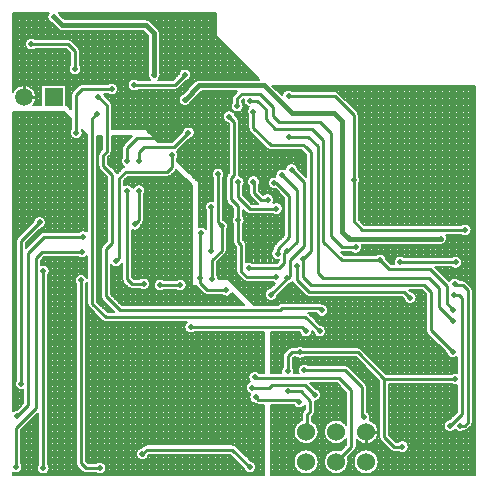
<source format=gbl>
%FSAX43Y43*%
%MOMM*%
G71*
G01*
G75*
G04 Layer_Physical_Order=2*
G04 Layer_Color=16711680*
%ADD10C,0.203*%
%ADD11R,0.600X0.500*%
%ADD12R,1.270X0.914*%
%ADD13R,0.914X0.914*%
%ADD14R,0.650X1.100*%
%ADD15R,1.100X0.650*%
%ADD16R,0.500X0.600*%
%ADD17R,0.762X0.762*%
%ADD18R,0.762X0.762*%
%ADD19R,0.450X0.450*%
G04:AMPARAMS|DCode=20|XSize=5mm|YSize=5mm|CornerRadius=0.5mm|HoleSize=0mm|Usage=FLASHONLY|Rotation=90.000|XOffset=0mm|YOffset=0mm|HoleType=Round|Shape=RoundedRectangle|*
%AMROUNDEDRECTD20*
21,1,5.000,4.000,0,0,90.0*
21,1,4.000,5.000,0,0,90.0*
1,1,1.000,2.000,2.000*
1,1,1.000,2.000,-2.000*
1,1,1.000,-2.000,-2.000*
1,1,1.000,-2.000,2.000*
%
%ADD20ROUNDEDRECTD20*%
%ADD21O,1.050X0.250*%
%ADD22O,0.250X1.050*%
G04:AMPARAMS|DCode=23|XSize=0.25mm|YSize=0.7mm|CornerRadius=0.063mm|HoleSize=0mm|Usage=FLASHONLY|Rotation=90.000|XOffset=0mm|YOffset=0mm|HoleType=Round|Shape=RoundedRectangle|*
%AMROUNDEDRECTD23*
21,1,0.250,0.575,0,0,90.0*
21,1,0.125,0.700,0,0,90.0*
1,1,0.125,0.287,0.063*
1,1,0.125,0.287,-0.063*
1,1,0.125,-0.287,-0.063*
1,1,0.125,-0.287,0.063*
%
%ADD23ROUNDEDRECTD23*%
G04:AMPARAMS|DCode=24|XSize=0.25mm|YSize=0.7mm|CornerRadius=0.063mm|HoleSize=0mm|Usage=FLASHONLY|Rotation=0.000|XOffset=0mm|YOffset=0mm|HoleType=Round|Shape=RoundedRectangle|*
%AMROUNDEDRECTD24*
21,1,0.250,0.575,0,0,0.0*
21,1,0.125,0.700,0,0,0.0*
1,1,0.125,0.063,-0.287*
1,1,0.125,-0.063,-0.287*
1,1,0.125,-0.063,0.287*
1,1,0.125,0.063,0.287*
%
%ADD24ROUNDEDRECTD24*%
%ADD25R,1.700X1.700*%
%ADD26R,3.000X2.100*%
%ADD27R,1.600X0.800*%
G04:AMPARAMS|DCode=28|XSize=0.6mm|YSize=1.4mm|CornerRadius=0.15mm|HoleSize=0mm|Usage=FLASHONLY|Rotation=270.000|XOffset=0mm|YOffset=0mm|HoleType=Round|Shape=RoundedRectangle|*
%AMROUNDEDRECTD28*
21,1,0.600,1.100,0,0,270.0*
21,1,0.300,1.400,0,0,270.0*
1,1,0.300,-0.550,-0.150*
1,1,0.300,-0.550,0.150*
1,1,0.300,0.550,0.150*
1,1,0.300,0.550,-0.150*
%
%ADD28ROUNDEDRECTD28*%
G04:AMPARAMS|DCode=29|XSize=0.6mm|YSize=1.4mm|CornerRadius=0.15mm|HoleSize=0mm|Usage=FLASHONLY|Rotation=0.000|XOffset=0mm|YOffset=0mm|HoleType=Round|Shape=RoundedRectangle|*
%AMROUNDEDRECTD29*
21,1,0.600,1.100,0,0,0.0*
21,1,0.300,1.400,0,0,0.0*
1,1,0.300,0.150,-0.550*
1,1,0.300,-0.150,-0.550*
1,1,0.300,-0.150,0.550*
1,1,0.300,0.150,0.550*
%
%ADD29ROUNDEDRECTD29*%
%ADD30R,2.700X1.600*%
%ADD31R,2.400X1.600*%
%ADD32R,0.400X1.350*%
%ADD33R,0.800X1.000*%
%ADD34O,0.300X1.800*%
%ADD35O,1.800X0.300*%
%ADD36R,0.700X0.225*%
%ADD37R,0.400X2.000*%
%ADD38C,0.250*%
%ADD39C,0.225*%
%ADD40C,0.400*%
%ADD41C,0.254*%
%ADD42C,0.500*%
%ADD43C,1.524*%
%ADD44R,1.500X1.500*%
%ADD45C,1.500*%
%ADD46C,0.500*%
D10*
X0026324Y0001530D02*
G03*
X0026324Y0001530I-0001064J0000000D01*
G01*
X0031404D02*
G03*
X0031404Y0001530I-0001064J0000000D01*
G01*
X0039277Y0021175D02*
G03*
X0038347Y0021577I-0000552J0000000D01*
G01*
X0038408Y0020723D02*
G03*
X0039277Y0021175I0000317J0000452D01*
G01*
X0037202Y0020425D02*
G03*
X0037114Y0020723I-0000552J0000000D01*
G01*
X0036486Y0019898D02*
G03*
X0037202Y0020425I0000164J0000527D01*
G01*
X0039377Y0016050D02*
G03*
X0039252Y0016351I-0000427J0000000D01*
G01*
X0038827Y0016776D02*
G03*
X0038525Y0016901I-0000302J-0000302D01*
G01*
X0037547Y0018023D02*
G03*
X0038477Y0018425I0000378J0000402D01*
G01*
D02*
G03*
X0037608Y0018877I-0000552J0000000D01*
G01*
X0038827Y0016776D02*
G03*
X0038525Y0016901I-0000302J-0000302D01*
G01*
X0038295D02*
G03*
X0037365Y0016838I-0000445J-0000326D01*
G01*
X0039377Y0016050D02*
G03*
X0039252Y0016351I-0000427J0000000D01*
G01*
X0035398Y0012700D02*
G03*
X0035523Y0012398I0000427J0000000D01*
G01*
X0035398Y0012700D02*
G03*
X0035523Y0012398I0000427J0000000D01*
G01*
X0034627Y0015425D02*
G03*
X0034102Y0015976I-0000552J0000000D01*
G01*
X0033530Y0015342D02*
G03*
X0034627Y0015425I0000545J0000083D01*
G01*
X0029852Y0025400D02*
G03*
X0029702Y0025778I-0000552J0000000D01*
G01*
Y0025022D02*
G03*
X0029852Y0025400I-0000402J0000378D01*
G01*
X0029702Y0030925D02*
G03*
X0029577Y0031227I-0000427J0000000D01*
G01*
X0029702Y0030925D02*
G03*
X0029577Y0031227I-0000427J0000000D01*
G01*
X0029100Y0019273D02*
G03*
X0030002Y0019700I0000350J0000427D01*
G01*
D02*
G03*
X0029965Y0019898I-0000552J0000000D01*
G01*
X0028002Y0032802D02*
G03*
X0027700Y0032927I-0000302J-0000302D01*
G01*
X0028002Y0032802D02*
G03*
X0027700Y0032927I-0000302J-0000302D01*
G01*
X0028223Y0019280D02*
G03*
X0028300Y0019273I0000077J0000420D01*
G01*
X0028223Y0019280D02*
G03*
X0028300Y0019273I0000077J0000420D01*
G01*
X0024574Y0026329D02*
G03*
X0023474Y0026304I-0000549J-0000054D01*
G01*
X0033575Y0018877D02*
G03*
X0032710Y0018252I-0000350J-0000427D01*
G01*
X0032049Y0018678D02*
G03*
X0031124Y0019027I-0000549J-0000054D01*
G01*
X0027152Y0014350D02*
G03*
X0026652Y0014899I-0000552J0000000D01*
G01*
D02*
G03*
X0026375Y0015002I-0000277J-0000324D01*
G01*
X0026652Y0014899D02*
G03*
X0026375Y0015002I-0000277J-0000324D01*
G01*
X0029927Y0011102D02*
G03*
X0029625Y0011227I-0000302J-0000302D01*
G01*
X0029927Y0011102D02*
G03*
X0029625Y0011227I-0000302J-0000302D01*
G01*
X0026952Y0012600D02*
G03*
X0026454Y0013149I-0000552J0000000D01*
G01*
X0025198Y0015623D02*
G03*
X0025500Y0015498I0000302J0000302D01*
G01*
X0025198Y0015623D02*
G03*
X0025500Y0015498I0000302J0000302D01*
G01*
X0026087Y0014148D02*
G03*
X0027152Y0014350I0000513J0000202D01*
G01*
X0024097Y0016752D02*
G03*
X0024173Y0016648I0000378J0000198D01*
G01*
X0024097Y0016752D02*
G03*
X0024173Y0016648I0000378J0000198D01*
G01*
X0023704Y0016526D02*
G03*
X0024097Y0016752I-0000054J0000549D01*
G01*
X0025851Y0012546D02*
G03*
X0026952Y0012600I0000549J0000054D01*
G01*
X0024701Y0012548D02*
G03*
X0025802Y0012595I0000549J0000052D01*
G01*
X0025100Y0011227D02*
G03*
X0024400Y0011227I-0000350J-0000427D01*
G01*
X0024025D02*
G03*
X0023723Y0011102I0000000J-0000427D01*
G01*
X0024025Y0011227D02*
G03*
X0023723Y0011102I0000000J-0000427D01*
G01*
X0037126Y0010796D02*
G03*
X0038023Y0010422I0000549J0000054D01*
G01*
Y0009081D02*
G03*
X0037525Y0008977I-0000148J-0000531D01*
G01*
X0037525Y0008123D02*
G03*
X0038023Y0008019I0000350J0000427D01*
G01*
X0039252Y0004574D02*
G03*
X0039377Y0004875I-0000302J0000302D01*
G01*
X0039252Y0004574D02*
G03*
X0039377Y0004875I-0000302J0000302D01*
G01*
X0037396Y0005149D02*
G03*
X0037875Y0004248I0000054J-0000549D01*
G01*
X0038675Y0004173D02*
G03*
X0038977Y0004298I0000000J0000427D01*
G01*
X0038675Y0004173D02*
G03*
X0038977Y0004298I0000000J0000427D01*
G01*
X0037875Y0004248D02*
G03*
X0038650Y0004173I0000425J0000352D01*
G01*
X0033050Y0002398D02*
G03*
X0033952Y0002825I0000350J0000427D01*
G01*
D02*
G03*
X0033050Y0003252I-0000552J0000000D01*
G01*
X0032373Y0002523D02*
G03*
X0032675Y0002398I0000302J0000302D01*
G01*
X0032373Y0002523D02*
G03*
X0032675Y0002398I0000302J0000302D01*
G01*
X0031404Y0004070D02*
G03*
X0030660Y0005084I-0001064J0000000D01*
G01*
X0031448Y0003625D02*
G03*
X0031573Y0003323I0000427J0000000D01*
G01*
X0031448Y0003625D02*
G03*
X0031573Y0003323I0000427J0000000D01*
G01*
X0029527Y0003385D02*
G03*
X0031404Y0004070I0000813J0000685D01*
G01*
X0028852Y0009602D02*
G03*
X0028550Y0009727I-0000302J-0000302D01*
G01*
X0028852Y0009602D02*
G03*
X0028550Y0009727I-0000302J-0000302D01*
G01*
X0030402Y0007875D02*
G03*
X0030277Y0008177I-0000427J0000000D01*
G01*
X0030402Y0007875D02*
G03*
X0030277Y0008177I-0000427J0000000D01*
G01*
X0024400Y0010373D02*
G03*
X0025100Y0010373I0000350J0000427D01*
G01*
X0025450Y0009727D02*
G03*
X0024621Y0009027I-0000350J-0000427D01*
G01*
X0024224D02*
G03*
X0024252Y0009200I-0000524J0000173D01*
G01*
D02*
G03*
X0024127Y0009550I-0000552J0000000D01*
G01*
X0026027Y0006649D02*
G03*
X0026551Y0007200I-0000027J0000551D01*
G01*
D02*
G03*
X0026054Y0007749I-0000552J0000000D01*
G01*
X0024197Y0006373D02*
G03*
X0025173Y0006317I0000503J0000227D01*
G01*
X0030660Y0005084D02*
G03*
X0030704Y0005301I-0000507J0000216D01*
G01*
D02*
G03*
X0030402Y0005793I-0000552J0000000D01*
G01*
X0029402Y0002528D02*
G03*
X0029527Y0002830I-0000302J0000302D01*
G01*
X0029402Y0002528D02*
G03*
X0029527Y0002830I-0000302J0000302D01*
G01*
X0028864Y0001530D02*
G03*
X0028791Y0001917I-0001064J0000000D01*
G01*
X0028673Y0004677D02*
G03*
X0028673Y0003463I-0000873J-0000607D01*
G01*
X0025902Y0005498D02*
G03*
X0026027Y0005800I-0000302J0000302D01*
G01*
X0025902Y0005498D02*
G03*
X0026027Y0005800I-0000302J0000302D01*
G01*
X0024998Y0005802D02*
G03*
X0024873Y0005500I0000302J-0000302D01*
G01*
X0024998Y0005802D02*
G03*
X0024873Y0005500I0000302J-0000302D01*
G01*
X0026324Y0004070D02*
G03*
X0025727Y0005026I-0001064J0000000D01*
G01*
X0024873Y0005061D02*
G03*
X0026324Y0004070I0000387J-0000991D01*
G01*
X0028187Y0002521D02*
G03*
X0028864Y0001530I-0000387J-0000991D01*
G01*
X0015552Y0034300D02*
G03*
X0014451Y0034354I-0000552J0000000D01*
G01*
X0015054Y0033751D02*
G03*
X0015552Y0034300I-0000054J0000549D01*
G01*
X0012902Y0037800D02*
G03*
X0012755Y0038155I-0000502J0000000D01*
G01*
X0012902Y0037800D02*
G03*
X0012754Y0038156I-0000502J0000000D01*
G01*
X0012056Y0038854D02*
G03*
X0011700Y0039002I-0000356J-0000354D01*
G01*
X0012055Y0038855D02*
G03*
X0011700Y0039002I-0000355J-0000355D01*
G01*
X0012952Y0034300D02*
G03*
X0012902Y0034529I-0000552J0000000D01*
G01*
X0012721Y0033852D02*
G03*
X0012952Y0034300I-0000321J0000448D01*
G01*
X0011898Y0034529D02*
G03*
X0012079Y0033852I0000502J-0000229D01*
G01*
X0024125Y0032927D02*
G03*
X0023229Y0032580I-0000350J-0000427D01*
G01*
X0019977Y0031650D02*
G03*
X0019852Y0032000I-0000552J0000000D01*
G01*
X0019123Y0032627D02*
G03*
X0018998Y0032325I0000302J-0000302D01*
G01*
X0019123Y0032627D02*
G03*
X0018998Y0032325I0000302J-0000302D01*
G01*
X0019966Y0032263D02*
G03*
X0020424Y0031579I0000534J-0000138D01*
G01*
Y0031579D02*
G03*
X0020373Y0030825I0000376J-0000404D01*
G01*
Y0029800D02*
G03*
X0020498Y0029498I0000427J0000000D01*
G01*
X0020373Y0029800D02*
G03*
X0020498Y0029498I0000427J0000000D01*
G01*
X0018998Y0032000D02*
G03*
X0019977Y0031650I0000427J-0000350D01*
G01*
X0019299Y0030804D02*
G03*
X0018696Y0030201I-0000549J-0000054D01*
G01*
X0019603Y0030324D02*
G03*
X0019478Y0030625I-0000427J0000000D01*
G01*
X0019603Y0030324D02*
G03*
X0019478Y0030625I-0000427J0000000D01*
G01*
X0016200Y0033902D02*
G03*
X0015845Y0033755I0000000J-0000502D01*
G01*
X0016200Y0033902D02*
G03*
X0015844Y0033754I0000000J-0000502D01*
G01*
X0014125Y0032998D02*
G03*
X0014427Y0033123I0000000J0000427D01*
G01*
X0014125Y0032998D02*
G03*
X0014427Y0033123I0000000J0000427D01*
G01*
X0015852Y0029400D02*
G03*
X0014751Y0029454I-0000552J0000000D01*
G01*
X0014808Y0032717D02*
G03*
X0015517Y0032008I0000192J-0000517D01*
G01*
X0004417Y0039392D02*
G03*
X0004327Y0039550I-0000517J-0000192D01*
G01*
X0004245Y0038145D02*
G03*
X0004600Y0037998I0000355J0000355D01*
G01*
X0004244Y0038146D02*
G03*
X0004600Y0037998I0000356J0000354D01*
G01*
X0003473Y0039549D02*
G03*
X0003708Y0038683I0000427J-0000349D01*
G01*
X0005402Y0037202D02*
G03*
X0005100Y0037327I-0000302J-0000302D01*
G01*
X0005402Y0037202D02*
G03*
X0005100Y0037327I-0000302J-0000302D01*
G01*
X0002350D02*
G03*
X0002350Y0036473I-0000350J-0000427D01*
G01*
X0006252Y0034800D02*
G03*
X0006127Y0035150I-0000552J0000000D01*
G01*
X0011050Y0033852D02*
G03*
X0011050Y0032998I-0000350J-0000427D01*
G01*
X0009352Y0033100D02*
G03*
X0008450Y0033527I-0000552J0000000D01*
G01*
X0005273Y0035150D02*
G03*
X0006252Y0034800I0000427J-0000350D01*
G01*
X0006127Y0036300D02*
G03*
X0006002Y0036602I-0000427J0000000D01*
G01*
X0006300Y0033527D02*
G03*
X0005998Y0033402I0000000J-0000427D01*
G01*
X0006300Y0033527D02*
G03*
X0005998Y0033402I0000000J-0000427D01*
G01*
X0008450Y0032673D02*
G03*
X0009352Y0033100I0000350J0000427D01*
G01*
X0006127Y0036300D02*
G03*
X0006002Y0036602I-0000427J0000000D01*
G01*
X0005498Y0032902D02*
G03*
X0005373Y0032600I0000302J-0000302D01*
G01*
X0005498Y0032902D02*
G03*
X0005373Y0032600I0000302J-0000302D01*
G01*
X0008802Y0031750D02*
G03*
X0008677Y0032052I-0000427J0000000D01*
G01*
X0008802Y0031750D02*
G03*
X0008677Y0032052I-0000427J0000000D01*
G01*
X0008224Y0032504D02*
G03*
X0008179Y0032673I-0000549J-0000054D01*
G01*
X0002164Y0031722D02*
G03*
X0002412Y0032400I-0000804J0000678D01*
G01*
D02*
G03*
X0000429Y0032888I-0001052J0000000D01*
G01*
X0023474Y0026304D02*
G03*
X0022665Y0025689I-0000274J-0000479D01*
G01*
D02*
G03*
X0022682Y0024614I-0000115J-0000539D01*
G01*
X0021948Y0028048D02*
G03*
X0022250Y0027923I0000302J0000302D01*
G01*
X0021948Y0028048D02*
G03*
X0022250Y0027923I0000302J0000302D01*
G01*
X0021302Y0025021D02*
G03*
X0021352Y0025250I-0000502J0000229D01*
G01*
X0023302Y0022975D02*
G03*
X0022482Y0023457I-0000552J0000000D01*
G01*
X0022472Y0022498D02*
G03*
X0023302Y0022975I0000278J0000477D01*
G01*
X0022423Y0019508D02*
G03*
X0022998Y0018627I0000427J-0000350D01*
G01*
X0022482Y0023457D02*
G03*
X0022552Y0023725I-0000482J0000268D01*
G01*
D02*
G03*
X0021650Y0024152I-0000552J0000000D01*
G01*
X0022548Y0019877D02*
G03*
X0022423Y0019575I0000302J-0000302D01*
G01*
X0022548Y0019877D02*
G03*
X0022423Y0019575I0000302J-0000302D01*
G01*
X0021352Y0025250D02*
G03*
X0020448Y0024825I-0000552J0000000D01*
G01*
X0021123Y0023423D02*
G03*
X0021219Y0023352I0000302J0000302D01*
G01*
X0021123Y0023423D02*
G03*
X0021219Y0023352I0000302J0000302D01*
G01*
X0022375Y0016773D02*
G03*
X0022629Y0016657I0000350J0000427D01*
G01*
X0023227Y0015002D02*
G03*
X0022925Y0014877I0000000J-0000427D01*
G01*
X0023227Y0015002D02*
G03*
X0022925Y0014877I0000000J-0000427D01*
G01*
X0023398Y0010777D02*
G03*
X0023273Y0010475I0000302J-0000302D01*
G01*
X0023398Y0010777D02*
G03*
X0023273Y0010475I0000302J-0000302D01*
G01*
Y0009550D02*
G03*
X0023176Y0009027I0000427J-0000350D01*
G01*
X0022217Y0016245D02*
G03*
X0022851Y0015673I0000083J-0000545D01*
G01*
X0020750Y0018352D02*
G03*
X0020202Y0018440I-0000350J-0000427D01*
G01*
X0019590Y0025744D02*
G03*
X0019603Y0025850I-0000413J0000106D01*
G01*
X0019590Y0025744D02*
G03*
X0019603Y0025850I-0000413J0000106D01*
G01*
X0020052Y0025200D02*
G03*
X0019590Y0025744I-0000552J0000000D01*
G01*
X0018598Y0025875D02*
G03*
X0018473Y0025574I0000302J-0000302D01*
G01*
X0018598Y0025875D02*
G03*
X0018473Y0025574I0000302J-0000302D01*
G01*
X0018352Y0025900D02*
G03*
X0017373Y0025550I-0000552J0000000D01*
G01*
X0018227D02*
G03*
X0018352Y0025900I-0000427J0000350D01*
G01*
X0019927Y0024850D02*
G03*
X0020052Y0025200I-0000427J0000350D01*
G01*
X0015354Y0028851D02*
G03*
X0015852Y0029400I-0000054J0000549D01*
G01*
X0014333Y0027842D02*
G03*
X0014402Y0027898I-0000233J0000358D01*
G01*
X0014452Y0027500D02*
G03*
X0014333Y0027842I-0000552J0000000D01*
G01*
X0014333Y0027842D02*
G03*
X0014402Y0027898I-0000233J0000358D01*
G01*
X0014327Y0027150D02*
G03*
X0014452Y0027500I-0000427J0000350D01*
G01*
X0020448Y0024275D02*
G03*
X0020573Y0023973I0000427J0000000D01*
G01*
X0020448Y0024275D02*
G03*
X0020573Y0023973I0000427J0000000D01*
G01*
X0020198Y0022623D02*
G03*
X0020500Y0022498I0000302J0000302D01*
G01*
X0020198Y0022623D02*
G03*
X0020500Y0022498I0000302J0000302D01*
G01*
X0019927Y0021625D02*
G03*
X0020052Y0021975I-0000427J0000350D01*
G01*
D02*
G03*
X0019927Y0022325I-0000552J0000000D01*
G01*
X0019073D02*
G03*
X0019073Y0021625I0000427J-0000350D01*
G01*
X0018527Y0021150D02*
G03*
X0018652Y0021500I-0000427J0000350D01*
G01*
X0020202Y0019900D02*
G03*
X0020077Y0020202I-0000427J0000000D01*
G01*
X0020202Y0019900D02*
G03*
X0020077Y0020202I-0000427J0000000D01*
G01*
X0019914Y0016898D02*
G03*
X0020216Y0016773I0000302J0000302D01*
G01*
X0019914Y0016898D02*
G03*
X0020216Y0016773I0000302J0000302D01*
G01*
X0019073Y0020175D02*
G03*
X0019198Y0019873I0000427J0000000D01*
G01*
X0019073Y0020175D02*
G03*
X0019198Y0019873I0000427J0000000D01*
G01*
X0019348Y0017625D02*
G03*
X0019550Y0017263I0000427J0000000D01*
G01*
X0018473Y0023776D02*
G03*
X0018598Y0023474I0000427J0000000D01*
G01*
X0018473Y0023776D02*
G03*
X0018598Y0023474I0000427J0000000D01*
G01*
X0017373Y0023631D02*
G03*
X0016798Y0022750I-0000148J-0000531D01*
G01*
X0018402Y0019098D02*
G03*
X0018527Y0019400I-0000302J0000302D01*
G01*
X0018652Y0021500D02*
G03*
X0018227Y0022037I-0000552J0000000D01*
G01*
X0018402Y0019098D02*
G03*
X0018527Y0019400I-0000302J0000302D01*
G01*
X0016798Y0021208D02*
G03*
X0016150Y0021448I-0000473J-0000283D01*
G01*
X0017851Y0017022D02*
G03*
X0017727Y0017350I-0000551J-0000022D01*
G01*
X0014202Y0026198D02*
G03*
X0014258Y0026267I-0000302J0000302D01*
G01*
X0014202Y0026198D02*
G03*
X0014258Y0026267I-0000302J0000302D01*
G01*
X0013500Y0025673D02*
G03*
X0013802Y0025798I0000000J0000427D01*
G01*
X0013500Y0025673D02*
G03*
X0013802Y0025798I0000000J0000427D01*
G01*
X0010600Y0024733D02*
G03*
X0009852Y0024993I-0000500J-0000233D01*
G01*
X0011526Y0024150D02*
G03*
X0011652Y0024500I-0000426J0000350D01*
G01*
D02*
G03*
X0010600Y0024733I-0000552J0000000D01*
G01*
X0011401Y0021700D02*
G03*
X0011526Y0022001I-0000302J0000302D01*
G01*
X0011401Y0021700D02*
G03*
X0011526Y0022001I-0000302J0000302D01*
G01*
X0015152Y0016500D02*
G03*
X0014250Y0016927I-0000552J0000000D01*
G01*
X0012052Y0016600D02*
G03*
X0011150Y0017027I-0000552J0000000D01*
G01*
X0015938Y0016450D02*
G03*
X0015998Y0016373I0000362J0000225D01*
G01*
X0016598Y0015773D02*
G03*
X0016900Y0015648I0000302J0000302D01*
G01*
X0016598Y0015773D02*
G03*
X0016900Y0015648I0000302J0000302D01*
G01*
X0015938Y0016450D02*
G03*
X0015998Y0016373I0000362J0000225D01*
G01*
X0014250Y0016073D02*
G03*
X0015152Y0016500I0000350J0000427D01*
G01*
X0011150Y0016173D02*
G03*
X0012052Y0016600I0000350J0000427D01*
G01*
X0013250Y0016927D02*
G03*
X0013250Y0016073I-0000350J-0000427D01*
G01*
X0010527Y0021147D02*
G03*
X0011299Y0021597I0000223J0000504D01*
G01*
X0010198Y0016298D02*
G03*
X0010500Y0016173I0000302J0000302D01*
G01*
X0010198Y0016298D02*
G03*
X0010500Y0016173I0000302J0000302D01*
G01*
X0009825Y0028428D02*
G03*
X0009701Y0028163I0000302J-0000302D01*
G01*
X0009825Y0028428D02*
G03*
X0009701Y0028163I0000302J-0000302D01*
G01*
X0009673Y0027351D02*
G03*
X0009853Y0026509I0000427J-0000350D01*
G01*
X0009701Y0028163D02*
G03*
X0009673Y0028011I0000399J-0000152D01*
G01*
X0009701Y0028163D02*
G03*
X0009673Y0028011I0000399J-0000152D01*
G01*
X0009853Y0026509D02*
G03*
X0009673Y0026402I0000122J-0000409D01*
G01*
X0009853Y0026509D02*
G03*
X0009673Y0026402I0000122J-0000409D01*
G01*
X0009236Y0025964D02*
G03*
X0009127Y0026151I-0000411J-0000115D01*
G01*
X0009236Y0025964D02*
G03*
X0009127Y0026151I-0000411J-0000115D01*
G01*
X0008677Y0027502D02*
G03*
X0008802Y0027804I-0000302J0000302D01*
G01*
X0008677Y0027502D02*
G03*
X0008802Y0027804I-0000302J0000302D01*
G01*
X0007798Y0027830D02*
G03*
X0007673Y0027529I0000302J-0000302D01*
G01*
X0007798Y0027830D02*
G03*
X0007673Y0027529I0000302J-0000302D01*
G01*
Y0026574D02*
G03*
X0007798Y0026273I0000427J0000000D01*
G01*
X0007673Y0026574D02*
G03*
X0007798Y0026273I0000427J0000000D01*
G01*
X0008726Y0018204D02*
G03*
X0009673Y0018289I0000449J0000321D01*
G01*
X0007998Y0019826D02*
G03*
X0007873Y0019524I0000302J-0000302D01*
G01*
X0007998Y0019826D02*
G03*
X0007873Y0019524I0000302J-0000302D01*
G01*
X0009673Y0017000D02*
G03*
X0009798Y0016698I0000427J0000000D01*
G01*
X0009673Y0017000D02*
G03*
X0009798Y0016698I0000427J0000000D01*
G01*
X0021345Y0009027D02*
G03*
X0020504Y0008316I-0000445J-0000327D01*
G01*
X0020523Y0007277D02*
G03*
X0020956Y0006450I0000477J-0000277D01*
G01*
X0020504Y0008316D02*
G03*
X0020523Y0007277I0000196J-0000516D01*
G01*
X0018122Y0015648D02*
G03*
X0018994Y0015806I0000378J0000402D01*
G01*
X0020956Y0006450D02*
G03*
X0021200Y0006373I0000244J0000350D01*
G01*
X0020956Y0006450D02*
G03*
X0021200Y0006373I0000244J0000350D01*
G01*
X0021052Y0001100D02*
G03*
X0020554Y0001649I-0000552J0000000D01*
G01*
X0019951Y0001046D02*
G03*
X0021052Y0001100I0000549J0000054D01*
G01*
X0019325Y0002878D02*
G03*
X0019023Y0003003I-0000302J-0000302D01*
G01*
X0019325Y0002878D02*
G03*
X0019023Y0003003I-0000302J-0000302D01*
G01*
X0007873Y0015550D02*
G03*
X0007998Y0015248I0000427J0000000D01*
G01*
X0007873Y0015550D02*
G03*
X0007998Y0015248I0000427J0000000D01*
G01*
X0007973Y0013498D02*
G03*
X0008275Y0013373I0000302J0000302D01*
G01*
X0007973Y0013498D02*
G03*
X0008275Y0013373I0000302J0000302D01*
G01*
X0015154D02*
G03*
X0015878Y0012548I0000321J-0000448D01*
G01*
X0011777Y0003003D02*
G03*
X0011475Y0002878I0000000J-0000427D01*
G01*
X0011777Y0003003D02*
G03*
X0011475Y0002878I0000000J-0000427D01*
G01*
X0011346Y0002749D02*
G03*
X0011949Y0002145I0000054J-0000549D01*
G01*
X0006352Y0029400D02*
G03*
X0006282Y0029668I-0000552J0000000D01*
G01*
X0005373Y0029750D02*
G03*
X0006352Y0029400I0000427J-0000350D01*
G01*
X0006627Y0016550D02*
G03*
X0006723Y0016726I-0000427J0000350D01*
G01*
Y0014925D02*
G03*
X0006848Y0014623I0000427J0000000D01*
G01*
X0006723Y0014925D02*
G03*
X0006848Y0014623I0000427J0000000D01*
G01*
X0006723Y0021047D02*
G03*
X0006050Y0021027I-0000323J-0000447D01*
G01*
X0005950Y0018873D02*
G03*
X0006723Y0018946I0000350J0000427D01*
G01*
Y0017074D02*
G03*
X0005773Y0016550I-0000523J-0000174D01*
G01*
X0002754Y0021251D02*
G03*
X0003252Y0021800I-0000054J0000549D01*
G01*
D02*
G03*
X0002151Y0021854I-0000552J0000000D01*
G01*
X0003100Y0021027D02*
G03*
X0002798Y0020902I0000000J-0000427D01*
G01*
X0003100Y0021027D02*
G03*
X0002798Y0020902I0000000J-0000427D01*
G01*
X0000823Y0020527D02*
G03*
X0000698Y0020225I0000302J-0000302D01*
G01*
X0000823Y0020527D02*
G03*
X0000698Y0020225I0000302J-0000302D01*
G01*
X0003427Y0017350D02*
G03*
X0003552Y0017700I-0000427J0000350D01*
G01*
D02*
G03*
X0002777Y0018204I-0000552J0000000D01*
G01*
X0007450Y0000573D02*
G03*
X0008352Y0001000I0000350J0000427D01*
G01*
D02*
G03*
X0007450Y0001427I-0000552J0000000D01*
G01*
X0006298Y0000698D02*
G03*
X0006600Y0000573I0000302J0000302D01*
G01*
X0006298Y0000698D02*
G03*
X0006600Y0000573I0000302J0000302D01*
G01*
X0005773Y0001400D02*
G03*
X0005898Y0001098I0000427J0000000D01*
G01*
X0005773Y0001400D02*
G03*
X0005898Y0001098I0000427J0000000D01*
G01*
X0000698Y0008467D02*
G03*
X0001298Y0007619I0000452J-0000317D01*
G01*
X0002573Y0001350D02*
G03*
X0003552Y0001000I0000427J-0000350D01*
G01*
D02*
G03*
X0003427Y0001350I-0000552J0000000D01*
G01*
X0000746Y0005949D02*
G03*
X0000429Y0005808I0000054J-0000549D01*
G01*
X0001252Y0001100D02*
G03*
X0001127Y0001450I-0000552J0000000D01*
G01*
X0000429Y0000620D02*
G03*
X0001252Y0001100I0000271J0000480D01*
G01*
X0039000Y0033397D02*
X0039571D01*
X0038700Y0021726D02*
Y0033397D01*
X0039100Y0021580D02*
Y0033397D01*
X0038900Y0021698D02*
Y0033397D01*
X0038500Y0021678D02*
Y0033397D01*
X0038300Y0021577D02*
Y0033397D01*
X0037500Y0021577D02*
Y0033397D01*
X0037300Y0021577D02*
Y0033397D01*
X0039077Y0021600D02*
X0039571D01*
X0037900Y0021577D02*
Y0033397D01*
X0039229Y0021400D02*
X0039571D01*
X0038100Y0021577D02*
Y0033397D01*
X0030202Y0021577D02*
X0038347D01*
X0037100D02*
Y0033397D01*
X0037700Y0021577D02*
Y0033397D01*
X0035100Y0021577D02*
Y0033397D01*
X0034900Y0021577D02*
Y0033397D01*
X0035500Y0021577D02*
Y0033397D01*
X0035300Y0021577D02*
Y0033397D01*
X0034300Y0021577D02*
Y0033397D01*
X0034100Y0021577D02*
Y0033397D01*
X0034700Y0021577D02*
Y0033397D01*
X0034500Y0021577D02*
Y0033397D01*
X0036500Y0021577D02*
Y0033397D01*
X0036300Y0021577D02*
Y0033397D01*
X0036900Y0021577D02*
Y0033397D01*
X0036700Y0021577D02*
Y0033397D01*
X0035900Y0021577D02*
Y0033397D01*
X0035700Y0021577D02*
Y0033397D01*
X0036100Y0021577D02*
Y0033397D01*
X0039248Y0021000D02*
X0039571D01*
X0039276Y0021200D02*
X0039571D01*
X0039129Y0020800D02*
X0039571D01*
X0039300Y0016295D02*
Y0033397D01*
X0037114Y0020723D02*
X0038408D01*
X0039100Y0016504D02*
Y0020770D01*
X0037201Y0020400D02*
X0039571D01*
X0038500Y0016901D02*
Y0020672D01*
X0038900Y0016704D02*
Y0020652D01*
X0038700Y0016864D02*
Y0020624D01*
X0037154Y0020200D02*
X0039571D01*
X0037173Y0020600D02*
X0039571D01*
X0037001Y0020000D02*
X0039571D01*
X0038100Y0018948D02*
Y0020723D01*
X0037900Y0018976D02*
Y0020723D01*
X0038300Y0018830D02*
Y0020723D01*
X0037700Y0018928D02*
Y0020723D01*
X0037300Y0018877D02*
Y0020723D01*
X0037500Y0018877D02*
Y0020723D01*
X0037100Y0018877D02*
Y0020106D01*
X0036900Y0018877D02*
Y0019933D01*
X0035500Y0018877D02*
Y0019898D01*
X0034900Y0018877D02*
Y0019898D01*
X0034300Y0018877D02*
Y0019898D01*
X0035100Y0018877D02*
Y0019898D01*
X0029702Y0029000D02*
X0039571D01*
X0029702Y0029200D02*
X0039571D01*
X0029702Y0028600D02*
X0039571D01*
X0029702Y0028800D02*
X0039571D01*
X0029702Y0029800D02*
X0039571D01*
X0029702Y0030000D02*
X0039571D01*
X0029702Y0029400D02*
X0039571D01*
X0029702Y0029600D02*
X0039571D01*
X0029702Y0027600D02*
X0039571D01*
X0029702Y0027800D02*
X0039571D01*
X0029702Y0027200D02*
X0039571D01*
X0029702Y0027400D02*
X0039571D01*
X0029702Y0028200D02*
X0039571D01*
X0029702Y0028400D02*
X0039571D01*
X0029702Y0028000D02*
X0039571D01*
X0028804Y0032000D02*
X0039571D01*
X0028604Y0032200D02*
X0039571D01*
X0029204Y0031600D02*
X0039571D01*
X0029004Y0031800D02*
X0039571D01*
X0028004Y0032800D02*
X0039571D01*
X0024008Y0033000D02*
X0039571D01*
X0028404Y0032400D02*
X0039571D01*
X0028204Y0032600D02*
X0039571D01*
X0029702Y0030600D02*
X0039571D01*
X0029702Y0030800D02*
X0039571D01*
X0029702Y0030200D02*
X0039571D01*
X0029702Y0030400D02*
X0039571D01*
X0029601Y0031200D02*
X0039571D01*
X0029404Y0031400D02*
X0039571D01*
X0029695Y0031000D02*
X0039571D01*
X0029702Y0026000D02*
X0039571D01*
X0029702Y0026200D02*
X0039571D01*
X0029814Y0025600D02*
X0039571D01*
X0029702Y0025800D02*
X0039571D01*
X0029702Y0026800D02*
X0039571D01*
X0029702Y0027000D02*
X0039571D01*
X0029702Y0026400D02*
X0039571D01*
X0029702Y0026600D02*
X0039571D01*
X0029814Y0025200D02*
X0039571D01*
X0029852Y0025400D02*
X0039571D01*
X0029702Y0024800D02*
X0039571D01*
X0029702Y0025000D02*
X0039571D01*
X0029702Y0024400D02*
X0039571D01*
X0029702Y0024600D02*
X0039571D01*
X0029702Y0024200D02*
X0039571D01*
X0029702Y0023200D02*
X0039571D01*
X0029702Y0023400D02*
X0039571D01*
X0029702Y0022800D02*
X0039571D01*
X0029702Y0023000D02*
X0039571D01*
X0029702Y0023800D02*
X0039571D01*
X0029702Y0024000D02*
X0039571D01*
X0029702Y0023600D02*
X0039571D01*
X0029979Y0021800D02*
X0039571D01*
X0029779Y0022000D02*
X0039571D01*
X0030179Y0021600D02*
X0038373D01*
X0029965Y0019898D02*
X0036486D01*
X0029702Y0022400D02*
X0039571D01*
X0029702Y0022600D02*
X0039571D01*
X0029702Y0022200D02*
X0039571D01*
X0038448Y0018600D02*
X0039571D01*
X0038330Y0018800D02*
X0039571D01*
X0038429Y0018200D02*
X0039571D01*
X0038476Y0018400D02*
X0039571D01*
X0036804Y0017400D02*
X0039571D01*
X0038276Y0018000D02*
X0039571D01*
X0038202Y0017000D02*
X0039571D01*
X0037004Y0017200D02*
X0039571D01*
X0039203Y0016400D02*
X0039571D01*
X0039003Y0016600D02*
X0039571D01*
X0039350Y0016200D02*
X0039571D01*
X0038802Y0016800D02*
X0039571D01*
X0038827Y0016776D02*
X0039252Y0016351D01*
X0038300Y0016901D02*
Y0018020D01*
X0037500Y0017001D02*
Y0018023D01*
X0036900Y0017304D02*
Y0018023D01*
X0036700Y0018877D02*
Y0019876D01*
X0037300Y0016904D02*
Y0018023D01*
X0037100Y0017104D02*
Y0018023D01*
X0038100Y0017067D02*
Y0017902D01*
X0037900Y0017124D02*
Y0017874D01*
X0038295Y0016901D02*
X0038525D01*
X0037700Y0017106D02*
Y0017922D01*
X0037204Y0017000D02*
X0037498D01*
X0039377Y0012400D02*
X0039571D01*
X0039377Y0012600D02*
X0039571D01*
X0039377Y0012000D02*
X0039571D01*
X0039377Y0012200D02*
X0039571D01*
X0039377Y0013200D02*
X0039571D01*
X0039377Y0013400D02*
X0039571D01*
X0039377Y0012800D02*
X0039571D01*
X0039377Y0013000D02*
X0039571D01*
X0039377Y0011000D02*
X0039571D01*
X0039377Y0011200D02*
X0039571D01*
X0039377Y0010600D02*
X0039571D01*
X0039377Y0010800D02*
X0039571D01*
X0039377Y0011600D02*
X0039571D01*
X0039377Y0011800D02*
X0039571D01*
X0039377Y0011400D02*
X0039571D01*
X0039377Y0015400D02*
X0039571D01*
X0039377Y0015600D02*
X0039571D01*
X0039377Y0015000D02*
X0039571D01*
X0039377Y0015200D02*
X0039571D01*
X0039377Y0016000D02*
X0039571D01*
X0039377Y0015800D02*
X0039571D01*
X0039377Y0014000D02*
X0039571D01*
X0039377Y0014200D02*
X0039571D01*
X0039377Y0013600D02*
X0039571D01*
X0039377Y0013800D02*
X0039571D01*
X0039377Y0014600D02*
X0039571D01*
X0039377Y0014800D02*
X0039571D01*
X0039377Y0014400D02*
X0039571D01*
X0033270Y0019000D02*
X0039571D01*
X0033575Y0018877D02*
X0037608D01*
X0036500D02*
Y0019894D01*
X0036300Y0018877D02*
Y0019898D01*
X0029992Y0019600D02*
X0039571D01*
X0029993Y0019800D02*
X0039571D01*
X0029682Y0019200D02*
X0039571D01*
X0029913Y0019400D02*
X0039571D01*
X0036404Y0017800D02*
X0039571D01*
X0036500Y0017704D02*
Y0018023D01*
X0036604Y0017600D02*
X0039571D01*
X0036700Y0017504D02*
Y0018023D01*
X0036204Y0018000D02*
X0037574D01*
X0036180Y0018023D02*
X0037547D01*
X0036180D02*
X0037365Y0016838D01*
X0035900Y0018877D02*
Y0019898D01*
X0035700Y0018877D02*
Y0019898D01*
X0036300Y0017904D02*
Y0018023D01*
X0036100Y0018877D02*
Y0019898D01*
X0034700Y0018877D02*
Y0019898D01*
X0034500Y0018877D02*
Y0019898D01*
X0035300Y0018877D02*
Y0019898D01*
X0034480Y0015800D02*
X0035372D01*
X0034300Y0015929D02*
Y0016098D01*
X0035073D02*
X0035398Y0015773D01*
X0034500Y0015777D02*
Y0016098D01*
X0034078Y0016000D02*
X0035172D01*
X0033980Y0016098D02*
X0035073D01*
X0033980D02*
X0034102Y0015976D01*
X0027131Y0014200D02*
X0035398D01*
X0027149Y0014400D02*
X0035398D01*
X0027092Y0014600D02*
X0035398D01*
X0026919Y0014800D02*
X0035398D01*
X0026914Y0012400D02*
X0035522D01*
X0026952Y0012600D02*
X0035410D01*
X0035523Y0012398D02*
X0037126Y0010796D01*
X0030228Y0010800D02*
X0037122D01*
X0030628Y0010400D02*
X0037356D01*
X0030428Y0010600D02*
X0037183D01*
X0029774Y0011200D02*
X0036722D01*
X0026780Y0012200D02*
X0035722D01*
X0030028Y0011000D02*
X0036922D01*
X0034626Y0015400D02*
X0035398D01*
X0034598Y0015600D02*
X0035398D01*
Y0012700D02*
Y0015773D01*
X0034579Y0015200D02*
X0035398D01*
X0034426Y0015000D02*
X0035398D01*
X0026639Y0013800D02*
X0035398D01*
X0027026Y0014000D02*
X0035398D01*
X0026914Y0012800D02*
X0035398D01*
X0026780Y0013000D02*
X0035398D01*
X0026204Y0013400D02*
X0035398D01*
X0026003Y0013600D02*
X0035398D01*
X0026403Y0013200D02*
X0035398D01*
X0032900Y0021577D02*
Y0033397D01*
X0032700Y0021577D02*
Y0033397D01*
X0033700Y0021577D02*
Y0033397D01*
X0033500Y0021577D02*
Y0033397D01*
X0032100Y0021577D02*
Y0033397D01*
X0031900Y0021577D02*
Y0033397D01*
X0032500Y0021577D02*
Y0033397D01*
X0032300Y0021577D02*
Y0033397D01*
X0031300Y0021577D02*
Y0033397D01*
X0031100Y0021577D02*
Y0033397D01*
X0031700Y0021577D02*
Y0033397D01*
X0031500Y0021577D02*
Y0033397D01*
X0030300Y0021577D02*
Y0033397D01*
X0029702Y0022077D02*
X0030202Y0021577D01*
X0030900D02*
Y0033397D01*
X0029700Y0030966D02*
Y0033397D01*
X0029500Y0031304D02*
Y0033397D01*
X0030100Y0021679D02*
Y0033397D01*
X0029900Y0021879D02*
Y0033397D01*
X0028700Y0032104D02*
Y0033397D01*
X0028500Y0032304D02*
Y0033397D01*
X0029300Y0031504D02*
Y0033397D01*
X0029100Y0031704D02*
Y0033397D01*
X0029702Y0025778D02*
Y0030925D01*
Y0022077D02*
Y0025022D01*
X0028900Y0031904D02*
Y0033397D01*
X0034100Y0018877D02*
Y0019898D01*
X0033900Y0021577D02*
Y0033397D01*
Y0018877D02*
Y0019898D01*
X0033700Y0018877D02*
Y0019898D01*
X0033300Y0021577D02*
Y0033397D01*
X0033100Y0021577D02*
Y0033397D01*
X0033500Y0018928D02*
Y0019898D01*
X0033300Y0018997D02*
Y0019898D01*
X0033100Y0018987D02*
Y0019898D01*
X0032900Y0018895D02*
Y0019898D01*
X0032700Y0018618D02*
Y0019898D01*
X0032500Y0018252D02*
Y0019898D01*
X0032100Y0018627D02*
Y0019898D01*
X0031900Y0019004D02*
Y0019898D01*
X0032300Y0018427D02*
Y0019898D01*
X0031700Y0019138D02*
Y0019898D01*
X0031500Y0019175D02*
Y0019898D01*
X0031300Y0019137D02*
Y0019898D01*
X0031100Y0019027D02*
Y0019898D01*
X0030700Y0021577D02*
Y0033397D01*
X0030500Y0021577D02*
Y0033397D01*
X0030900Y0019027D02*
Y0019898D01*
X0030300Y0019027D02*
Y0019898D01*
X0030100Y0019027D02*
Y0019898D01*
X0030700Y0019027D02*
Y0019898D01*
X0030500Y0019027D02*
Y0019898D01*
X0029900Y0019027D02*
Y0019381D01*
X0027900Y0032877D02*
Y0033397D01*
X0027700Y0032927D02*
Y0033397D01*
X0028300Y0032504D02*
Y0033397D01*
X0028100Y0032704D02*
Y0033397D01*
X0026500Y0032927D02*
Y0033397D01*
X0026300Y0032927D02*
Y0033397D01*
X0027500Y0032927D02*
Y0033397D01*
X0027300Y0032927D02*
Y0033397D01*
X0027100Y0032927D02*
Y0033397D01*
X0026900Y0032927D02*
Y0033397D01*
X0024125Y0032927D02*
X0027700D01*
X0026100D02*
Y0033397D01*
X0026700Y0032927D02*
Y0033397D01*
X0024100Y0032946D02*
Y0033397D01*
X0023900Y0033037D02*
Y0033397D01*
X0024500Y0032927D02*
Y0033397D01*
X0024300Y0032927D02*
Y0033397D01*
X0023700Y0033046D02*
Y0033397D01*
X0023500Y0032978D02*
Y0033397D01*
X0023300Y0032780D02*
Y0033397D01*
X0025500Y0032927D02*
Y0033397D01*
X0025300Y0032927D02*
Y0033397D01*
X0025900Y0032927D02*
Y0033397D01*
X0025700Y0032927D02*
Y0033397D01*
X0024900Y0032927D02*
Y0033397D01*
X0024700Y0032927D02*
Y0033397D01*
X0025100Y0032927D02*
Y0033397D01*
X0028002Y0032802D02*
X0029577Y0031227D01*
X0024924Y0027847D02*
X0025223Y0027548D01*
Y0025680D02*
Y0027548D01*
X0025100Y0025804D02*
Y0027672D01*
X0024195Y0026800D02*
X0025223D01*
X0024848Y0027923D02*
X0024923Y0027848D01*
X0024562Y0026400D02*
X0025223D01*
X0024471Y0026600D02*
X0025223D01*
X0025104Y0025800D02*
X0025223D01*
X0028223Y0019280D02*
X0028477Y0019027D01*
X0024904Y0026000D02*
X0025223D01*
X0024704Y0026200D02*
X0025223D01*
X0024574Y0026329D02*
X0025223Y0025680D01*
X0024300Y0026753D02*
Y0027923D01*
X0024100Y0026822D02*
Y0027923D01*
X0024700Y0026204D02*
Y0027923D01*
X0024500Y0026556D02*
Y0027923D01*
X0023900Y0026812D02*
Y0027923D01*
X0023700Y0026720D02*
Y0027923D01*
X0023300Y0026368D02*
Y0027923D01*
X0023500Y0026443D02*
Y0027923D01*
X0024900Y0026004D02*
Y0027872D01*
X0023423Y0020752D02*
Y0023873D01*
X0023301Y0023000D02*
X0023423D01*
X0023300Y0023021D02*
Y0023997D01*
Y0020628D02*
Y0022929D01*
X0031903Y0019000D02*
X0033180D01*
X0032023Y0018800D02*
X0032798D01*
X0028477Y0019027D02*
X0031124D01*
X0029300D02*
Y0019169D01*
X0029700Y0019027D02*
Y0019208D01*
X0029500Y0019027D02*
Y0019151D01*
X0032475Y0018252D02*
X0032710D01*
X0032327Y0018400D02*
X0032676D01*
X0034100Y0015979D02*
Y0016098D01*
X0033373Y0015498D02*
X0033530Y0015342D01*
X0032127Y0018600D02*
X0032694D01*
X0032049Y0018678D02*
X0032475Y0018252D01*
X0026414Y0015000D02*
X0033724D01*
X0028700Y0019027D02*
Y0019273D01*
X0028500Y0019027D02*
Y0019273D01*
X0029100Y0019027D02*
Y0019273D01*
X0028900Y0019027D02*
Y0019273D01*
X0028304Y0019200D02*
X0029218D01*
X0028300Y0019273D02*
X0029100D01*
X0027100Y0014584D02*
Y0015498D01*
X0026300Y0015002D02*
Y0015498D01*
X0026700Y0014893D02*
Y0015498D01*
X0026500Y0014983D02*
Y0015498D01*
X0026900Y0014813D02*
Y0015498D01*
X0026100Y0015002D02*
Y0015498D01*
X0030100Y0010929D02*
Y0015498D01*
X0029900Y0011126D02*
Y0015498D01*
X0030500Y0010529D02*
Y0015498D01*
X0030300Y0010729D02*
Y0015498D01*
X0029300Y0011227D02*
Y0015498D01*
X0028100Y0011227D02*
Y0015498D01*
X0029700Y0011220D02*
Y0015498D01*
X0029500Y0011227D02*
Y0015498D01*
X0029100Y0011227D02*
Y0015498D01*
X0028900Y0011227D02*
Y0015498D01*
X0028500Y0011227D02*
Y0015498D01*
X0028300Y0011227D02*
Y0015498D01*
X0028700Y0011227D02*
Y0015498D01*
X0027500Y0011227D02*
Y0015498D01*
X0027300Y0011227D02*
Y0015498D01*
X0027900Y0011227D02*
Y0015498D01*
X0027700Y0011227D02*
Y0015498D01*
X0026900Y0012834D02*
Y0013887D01*
X0026300Y0013304D02*
Y0013887D01*
X0027100Y0011227D02*
Y0014116D01*
X0026900Y0011227D02*
Y0012366D01*
X0026700Y0013063D02*
Y0013807D01*
Y0011227D02*
Y0012137D01*
X0026500Y0011227D02*
Y0012057D01*
Y0013143D02*
Y0013808D01*
X0026300Y0011227D02*
Y0012058D01*
X0025500Y0015498D02*
X0033373D01*
X0025900Y0015002D02*
Y0015498D01*
X0025300Y0015002D02*
Y0015548D01*
X0024173Y0016648D02*
X0025198Y0015623D01*
X0025100Y0015002D02*
Y0015722D01*
X0024900Y0015002D02*
Y0015922D01*
X0025700Y0013904D02*
Y0014148D01*
Y0015002D02*
Y0015498D01*
X0025803Y0013800D02*
X0026561D01*
X0025446Y0014148D02*
X0026087D01*
X0025500Y0015002D02*
Y0015498D01*
X0025604Y0014000D02*
X0026174D01*
X0024300Y0015002D02*
Y0016522D01*
X0024100Y0015002D02*
Y0016747D01*
X0023930Y0016600D02*
X0024222D01*
X0023900Y0015002D02*
Y0016583D01*
X0023578Y0016400D02*
X0024422D01*
X0023700Y0015002D02*
Y0016521D01*
X0024700Y0015002D02*
Y0016122D01*
X0024500Y0015002D02*
Y0016322D01*
X0023378Y0016200D02*
X0024622D01*
X0023500Y0015002D02*
Y0016321D01*
X0023300Y0015002D02*
Y0016121D01*
X0026100Y0013504D02*
Y0014118D01*
X0025900Y0013704D02*
Y0014148D01*
Y0011227D02*
Y0012368D01*
X0025502Y0014102D02*
X0026454Y0013149D01*
X0025764Y0012400D02*
X0025886D01*
X0025700Y0011227D02*
Y0012281D01*
X0026100Y0011227D02*
Y0012137D01*
X0025630Y0012200D02*
X0026020D01*
X0025500Y0011227D02*
Y0012108D01*
X0025300Y0011227D02*
Y0012051D01*
X0025100Y0011227D02*
X0029625D01*
X0025100Y0011227D02*
Y0012069D01*
X0024700Y0011349D02*
Y0012548D01*
X0024500Y0011292D02*
Y0012548D01*
X0024300Y0011227D02*
Y0012548D01*
X0024100Y0011227D02*
Y0012548D01*
X0024026D02*
X0024701D01*
X0023700Y0011078D02*
Y0012548D01*
X0023500Y0010878D02*
Y0012548D01*
X0024900Y0011331D02*
Y0012174D01*
X0024025Y0011227D02*
X0024400D01*
X0023900Y0011208D02*
Y0012548D01*
X0023398Y0010777D02*
X0023723Y0011102D01*
X0023300Y0010622D02*
Y0012548D01*
X0039377Y0010200D02*
X0039571D01*
X0039377Y0010400D02*
X0039571D01*
X0039377Y0009600D02*
X0039571D01*
X0039377Y0010000D02*
X0039571D01*
X0039377Y0009800D02*
X0039571D01*
X0038023Y0009081D02*
Y0010422D01*
X0037900Y0009101D02*
Y0010346D01*
X0039377Y0009200D02*
X0039571D01*
X0039377Y0009400D02*
X0039571D01*
X0039377Y0008600D02*
X0039571D01*
X0039377Y0009000D02*
X0039571D01*
X0039377Y0008800D02*
X0039571D01*
X0039377Y0008400D02*
X0039571D01*
X0035900Y0008977D02*
Y0012022D01*
X0035700Y0008977D02*
Y0012222D01*
X0036300Y0008977D02*
Y0011622D01*
X0036100Y0008977D02*
Y0011822D01*
X0035100Y0008977D02*
Y0016072D01*
X0034900Y0008977D02*
Y0016098D01*
X0035500Y0008977D02*
Y0012424D01*
X0035300Y0008977D02*
Y0015872D01*
X0037700Y0009073D02*
Y0010299D01*
X0037500Y0008977D02*
Y0010327D01*
X0037300Y0008977D02*
Y0010446D01*
X0037100Y0008977D02*
Y0010822D01*
X0036700Y0008977D02*
Y0011222D01*
X0036500Y0008977D02*
Y0011422D01*
X0036900Y0008977D02*
Y0011022D01*
X0039377Y0008200D02*
X0039571D01*
X0039377Y0004875D02*
Y0016050D01*
X0039571Y0000428D02*
Y0033397D01*
X0039500Y0000428D02*
Y0033397D01*
X0037914Y0008000D02*
X0038023D01*
Y0005777D02*
Y0008019D01*
X0037700Y0005453D02*
Y0008027D01*
X0039377Y0007800D02*
X0039571D01*
X0039377Y0008000D02*
X0039571D01*
X0039377Y0007000D02*
X0039571D01*
X0039377Y0007600D02*
X0039571D01*
X0039377Y0007200D02*
X0039571D01*
X0039377Y0007400D02*
X0039571D01*
X0037900Y0005653D02*
Y0007999D01*
X0036100Y0000426D02*
Y0008123D01*
X0035900Y0000426D02*
Y0008123D01*
X0035700Y0000426D02*
Y0008123D01*
X0035500Y0000426D02*
Y0008123D01*
X0035300Y0000426D02*
Y0008123D01*
X0035100Y0000426D02*
Y0008123D01*
X0034900Y0000426D02*
Y0008123D01*
X0037500Y0005253D02*
Y0008123D01*
X0037300Y0005131D02*
Y0008123D01*
X0037100Y0005026D02*
Y0008123D01*
X0036900Y0004637D02*
Y0008123D01*
X0036700Y0000427D02*
Y0008123D01*
X0036500Y0000426D02*
Y0008123D01*
X0036300Y0000426D02*
Y0008123D01*
X0034300Y0008977D02*
Y0014921D01*
X0034100Y0008977D02*
Y0014874D01*
X0034700Y0008977D02*
Y0016098D01*
X0034500Y0008977D02*
Y0015073D01*
X0030828Y0010200D02*
X0038023D01*
X0033500Y0008977D02*
Y0015372D01*
X0033900Y0008977D02*
Y0014902D01*
X0033700Y0008977D02*
Y0015021D01*
X0031828Y0009200D02*
X0038023D01*
X0031628Y0009400D02*
X0038023D01*
X0032028Y0009000D02*
X0037556D01*
X0032052Y0008977D02*
X0037525D01*
X0031228Y0009800D02*
X0038023D01*
X0031028Y0010000D02*
X0038023D01*
X0031428Y0009600D02*
X0038023D01*
X0032900Y0008977D02*
Y0015498D01*
X0032700Y0008977D02*
Y0015498D01*
X0033300Y0008977D02*
Y0015498D01*
X0033100Y0008977D02*
Y0015498D01*
X0032300Y0008977D02*
Y0015498D01*
X0032100Y0008977D02*
Y0015498D01*
X0032500Y0008977D02*
Y0015498D01*
X0031500Y0009529D02*
Y0015498D01*
X0031300Y0009729D02*
Y0015498D01*
X0031900Y0009129D02*
Y0015498D01*
X0031700Y0009329D02*
Y0015498D01*
X0029927Y0011102D02*
X0032052Y0008977D01*
X0030053Y0008400D02*
X0031422D01*
X0029448Y0010373D02*
X0031448Y0008373D01*
X0034700Y0000425D02*
Y0008123D01*
X0034500Y0000425D02*
Y0008123D01*
X0034300Y0000425D02*
Y0008123D01*
X0034100Y0000425D02*
Y0008123D01*
X0032302D02*
X0037525D01*
X0033500Y0003368D02*
Y0008123D01*
X0033900Y0003059D02*
Y0008123D01*
X0033300Y0003367D02*
Y0008123D01*
X0032302Y0007800D02*
X0038023D01*
X0032302Y0008000D02*
X0037836D01*
X0032302Y0007600D02*
X0038023D01*
X0033700Y0003288D02*
Y0008123D01*
X0032302Y0007200D02*
X0038023D01*
X0032302Y0007400D02*
X0038023D01*
X0032302Y0007000D02*
X0038023D01*
X0032700Y0003404D02*
Y0008123D01*
X0032500Y0003604D02*
Y0008123D01*
X0033100Y0003288D02*
Y0008123D01*
X0032900Y0003252D02*
Y0008123D01*
X0032302Y0003802D02*
Y0008123D01*
X0030253Y0008200D02*
X0031448D01*
Y0003625D02*
Y0008373D01*
X0030402Y0007200D02*
X0031448D01*
X0030402Y0007400D02*
X0031448D01*
X0030402Y0006800D02*
X0031448D01*
X0030402Y0007000D02*
X0031448D01*
X0030402Y0007800D02*
X0031448D01*
X0030383Y0008000D02*
X0031448D01*
X0030402Y0007600D02*
X0031448D01*
X0039377Y0006000D02*
X0039571D01*
X0039377Y0006800D02*
X0039571D01*
X0039377Y0005600D02*
X0039571D01*
X0039377Y0005800D02*
X0039571D01*
X0039377Y0005200D02*
X0039571D01*
X0039377Y0005400D02*
X0039571D01*
X0039370Y0004800D02*
X0039571D01*
X0039377Y0005000D02*
X0039571D01*
X0039078Y0004400D02*
X0039571D01*
X0039276Y0004600D02*
X0039571D01*
X0033923Y0003000D02*
X0039571D01*
X0038823Y0004200D02*
X0039571D01*
X0032703Y0003400D02*
X0039571D01*
X0032503Y0003600D02*
X0039571D01*
X0033805Y0003200D02*
X0039571D01*
X0039377Y0006400D02*
X0039571D01*
X0039377Y0006600D02*
X0039571D01*
X0039377Y0006200D02*
X0039571D01*
X0037396Y0005149D02*
X0038023Y0005777D01*
X0038977Y0004298D02*
X0039252Y0004574D01*
X0037830Y0004200D02*
X0037920D01*
X0032303Y0003800D02*
X0039571D01*
X0032302Y0004400D02*
X0036936D01*
X0032852Y0003252D02*
X0033050D01*
X0039300Y0000428D02*
Y0004630D01*
X0039100Y0000428D02*
Y0004421D01*
X0038900Y0000428D02*
Y0004237D01*
X0038700Y0000428D02*
Y0004174D01*
X0038100Y0000427D02*
Y0004086D01*
X0037900Y0000427D02*
Y0004221D01*
X0037700Y0000427D02*
Y0004108D01*
X0037100Y0000427D02*
Y0004174D01*
X0038500Y0000428D02*
Y0004086D01*
X0038300Y0000428D02*
Y0004048D01*
X0037500Y0000427D02*
Y0004051D01*
X0037300Y0000427D02*
Y0004069D01*
X0033904Y0002600D02*
X0039571D01*
X0033951Y0002800D02*
X0039571D01*
X0033751Y0002400D02*
X0039571D01*
X0036900Y0000427D02*
Y0004563D01*
X0033900Y0000425D02*
Y0002591D01*
X0032500Y0000424D02*
Y0002436D01*
X0033700Y0000425D02*
Y0002362D01*
X0033500Y0000425D02*
Y0002282D01*
X0033300Y0000425D02*
Y0002283D01*
X0033100Y0000424D02*
Y0002362D01*
X0032675Y0002398D02*
X0033050D01*
X0032900Y0000424D02*
Y0002398D01*
X0032700Y0000424D02*
Y0002398D01*
X0032302Y0006600D02*
X0038023D01*
X0032302Y0006800D02*
X0038023D01*
X0032302Y0006200D02*
X0038023D01*
X0032302Y0006400D02*
X0038023D01*
X0032302Y0006000D02*
X0038023D01*
X0030402Y0006400D02*
X0031448D01*
X0032302Y0005800D02*
X0038023D01*
X0032302Y0005600D02*
X0037847D01*
X0032302Y0004800D02*
X0036936D01*
X0032302Y0004600D02*
X0036898D01*
X0032302Y0004000D02*
X0039571D01*
X0032302Y0004200D02*
X0037070D01*
X0032302Y0005400D02*
X0037647D01*
X0032302Y0005200D02*
X0037447D01*
X0032302Y0005000D02*
X0037070D01*
X0030616Y0005600D02*
X0031448D01*
X0030402Y0006200D02*
X0031448D01*
X0030695Y0005200D02*
X0031448D01*
X0030695Y0005400D02*
X0031448D01*
X0030402Y0006000D02*
X0031448D01*
X0030402Y0006600D02*
X0031448D01*
X0030402Y0005800D02*
X0031448D01*
X0031262Y0004600D02*
X0031448D01*
X0031114Y0004800D02*
X0031448D01*
X0031369Y0003800D02*
X0031448D01*
X0031351Y0004400D02*
X0031448D01*
X0030856Y0005000D02*
X0031448D01*
X0032302Y0003802D02*
X0032852Y0003252D01*
X0031573Y0003323D02*
X0032373Y0002523D01*
X0032300Y0000424D02*
Y0002597D01*
X0032100Y0000424D02*
Y0002797D01*
X0030952Y0002400D02*
X0032640D01*
X0029459Y0002600D02*
X0032297D01*
X0031294Y0002000D02*
X0039571D01*
X0031166Y0002200D02*
X0039571D01*
X0031401Y0001600D02*
X0039571D01*
X0031369Y0001800D02*
X0039571D01*
X0031351Y0001200D02*
X0039571D01*
X0031396Y0001400D02*
X0039571D01*
X0031113Y0000800D02*
X0039571D01*
X0031262Y0001000D02*
X0039571D01*
X0030856Y0000600D02*
X0039571D01*
X0031500Y0000423D02*
Y0003422D01*
X0031300Y0001989D02*
Y0003611D01*
X0031166Y0003400D02*
X0031513D01*
X0031294Y0003600D02*
X0031449D01*
X0031900Y0000424D02*
Y0002997D01*
X0030952Y0003200D02*
X0031697D01*
X0031700Y0000424D02*
Y0003197D01*
X0031300Y0000423D02*
Y0001071D01*
X0029526Y0002800D02*
X0032097D01*
X0029527Y0003000D02*
X0031897D01*
X0030900Y0010129D02*
Y0015498D01*
X0030700Y0010329D02*
Y0015498D01*
X0031100Y0009929D02*
Y0015498D01*
X0029900Y0008554D02*
Y0009922D01*
X0029300Y0009154D02*
Y0010373D01*
X0029100Y0009354D02*
Y0010373D01*
X0029700Y0008754D02*
Y0010122D01*
X0029500Y0008954D02*
Y0010322D01*
X0029653Y0008800D02*
X0031022D01*
X0029453Y0009000D02*
X0030822D01*
X0029853Y0008600D02*
X0031222D01*
X0030100Y0008354D02*
Y0009722D01*
X0029053Y0009400D02*
X0030422D01*
X0028853Y0009600D02*
X0030222D01*
X0029253Y0009200D02*
X0030622D01*
X0028500Y0009727D02*
Y0010373D01*
X0028300Y0009727D02*
Y0010373D01*
X0028900Y0009554D02*
Y0010373D01*
X0028700Y0009699D02*
Y0010373D01*
X0027700Y0009727D02*
Y0010373D01*
X0026900Y0009727D02*
Y0010373D01*
X0028100Y0009727D02*
Y0010373D01*
X0027900Y0009727D02*
Y0010373D01*
X0027500Y0009727D02*
Y0010373D01*
X0027300Y0009727D02*
Y0010373D01*
X0026700Y0009727D02*
Y0010373D01*
X0026500Y0009727D02*
Y0010373D01*
X0027100Y0009727D02*
Y0010373D01*
X0030900Y0004974D02*
Y0008922D01*
X0030700Y0005370D02*
Y0009122D01*
X0031300Y0004529D02*
Y0008522D01*
X0031100Y0004814D02*
Y0008722D01*
X0030300Y0008152D02*
Y0009522D01*
X0028852Y0009602D02*
X0030277Y0008177D01*
X0030500Y0005729D02*
Y0009322D01*
X0027898Y0008173D02*
X0028673Y0007398D01*
X0030402Y0005793D02*
Y0007875D01*
X0028673Y0004677D02*
Y0007398D01*
X0026514Y0007000D02*
X0028673D01*
X0026551Y0007200D02*
X0028673D01*
X0026379Y0006800D02*
X0028673D01*
X0027700Y0005129D02*
Y0008173D01*
X0027500Y0005090D02*
Y0008173D01*
X0027300Y0005009D02*
Y0008173D01*
X0027100Y0004870D02*
Y0008173D01*
X0026900Y0004636D02*
Y0008173D01*
X0026500Y0007433D02*
Y0008173D01*
X0026700Y0000421D02*
Y0008173D01*
X0028100Y0005091D02*
Y0007972D01*
X0027900Y0005129D02*
Y0008172D01*
X0028500Y0004871D02*
Y0007572D01*
X0028300Y0005009D02*
Y0007772D01*
X0026514Y0007400D02*
X0028672D01*
X0026379Y0007600D02*
X0028472D01*
X0026500Y0000420D02*
Y0006967D01*
X0025900Y0009727D02*
Y0010373D01*
X0025700Y0009727D02*
Y0010373D01*
X0026300Y0009727D02*
Y0010373D01*
X0026100Y0009727D02*
Y0010373D01*
X0025100D02*
X0029448D01*
X0025500Y0009727D02*
Y0010373D01*
X0025300Y0009814D02*
Y0010373D01*
X0025333Y0009800D02*
X0030022D01*
X0025100Y0009852D02*
Y0010373D01*
X0025450Y0009727D02*
X0028550D01*
X0025629Y0008173D02*
X0027898D01*
X0024127Y0010000D02*
X0029822D01*
X0024127Y0010200D02*
X0029622D01*
X0024900Y0009814D02*
Y0010269D01*
X0024700Y0009679D02*
Y0010251D01*
X0024500Y0009027D02*
Y0010308D01*
X0024300Y0009027D02*
Y0010373D01*
X0024202D02*
X0024400D01*
X0024127Y0010298D02*
X0024202Y0010373D01*
X0024127Y0009550D02*
Y0010298D01*
X0024252Y0009200D02*
X0024558D01*
X0024214Y0009400D02*
X0024558D01*
X0024224Y0009027D02*
X0024621D01*
X0024127Y0009800D02*
X0024867D01*
X0024127Y0009600D02*
X0024637D01*
X0026300Y0007663D02*
Y0008173D01*
X0026100Y0007742D02*
Y0008173D01*
X0025803Y0008000D02*
X0028072D01*
X0025900Y0007903D02*
Y0008173D01*
X0026003Y0007800D02*
X0028272D01*
X0025629Y0008173D02*
X0026054Y0007749D01*
X0026027Y0006600D02*
X0028673D01*
X0026027Y0005800D02*
Y0006649D01*
X0026300Y0004294D02*
Y0006737D01*
X0026100Y0004723D02*
Y0006657D01*
X0026027Y0006200D02*
X0028673D01*
X0026027Y0006400D02*
X0028673D01*
X0026027Y0006000D02*
X0028673D01*
X0025173Y0005977D02*
Y0006317D01*
X0024100Y0000419D02*
Y0006373D01*
X0023900Y0000419D02*
Y0006373D01*
X0023700Y0000419D02*
Y0006373D01*
X0023500Y0000419D02*
Y0006373D01*
X0023300Y0000418D02*
Y0006373D01*
X0025080Y0006200D02*
X0025173D01*
X0025100Y0005903D02*
Y0006220D01*
X0024998Y0005802D02*
X0025173Y0005977D01*
X0024900Y0005647D02*
Y0006086D01*
X0024700Y0004974D02*
Y0006048D01*
X0024500Y0004814D02*
Y0006086D01*
X0024300Y0004527D02*
Y0006221D01*
X0031100Y0002274D02*
Y0003326D01*
X0030700Y0005071D02*
Y0005231D01*
X0029527Y0003200D02*
X0029728D01*
X0029700Y0002379D02*
Y0003221D01*
X0029527Y0002830D02*
Y0003385D01*
X0030500Y0002582D02*
Y0003018D01*
X0030300Y0002593D02*
Y0003007D01*
X0030900Y0002434D02*
Y0003166D01*
X0030700Y0002531D02*
Y0003069D01*
X0030100Y0002566D02*
Y0003034D01*
X0029900Y0002498D02*
Y0003102D01*
X0029273Y0002400D02*
X0029728D01*
X0028412Y0003200D02*
X0028673D01*
X0028574Y0004800D02*
X0028673D01*
Y0003007D02*
Y0003463D01*
X0028500Y0002833D02*
Y0003269D01*
X0028316Y0005000D02*
X0028673D01*
X0028300Y0002633D02*
Y0003131D01*
X0027300Y0002469D02*
Y0003131D01*
X0027100Y0002330D02*
Y0003270D01*
X0028100Y0002551D02*
Y0003049D01*
X0028187Y0002521D02*
X0028673Y0003007D01*
X0027900Y0002589D02*
Y0003011D01*
X0027700Y0002589D02*
Y0003011D01*
X0027500Y0002550D02*
Y0003050D01*
X0029073Y0002200D02*
X0029514D01*
X0029500Y0002182D02*
Y0002681D01*
Y0000422D02*
Y0000878D01*
X0028873Y0002000D02*
X0029386D01*
X0028791Y0001917D02*
X0029402Y0002528D01*
X0028829Y0001800D02*
X0029311D01*
X0028722Y0001000D02*
X0029418D01*
X0028811Y0001200D02*
X0029329D01*
X0031100Y0000423D02*
Y0000786D01*
X0030900Y0000423D02*
Y0000626D01*
X0030700Y0000423D02*
Y0000529D01*
X0029900Y0000422D02*
Y0000562D01*
X0028316Y0000600D02*
X0029824D01*
X0028573Y0000800D02*
X0029567D01*
X0029700Y0000422D02*
Y0000681D01*
X0029300Y0000422D02*
Y0001309D01*
Y0001751D02*
Y0002426D01*
X0029100Y0000422D02*
Y0002226D01*
X0028900Y0000422D02*
Y0002026D01*
X0028861Y0001600D02*
X0029279D01*
X0028856Y0001400D02*
X0029284D01*
X0028700Y0000422D02*
Y0000963D01*
X0028500Y0000422D02*
Y0000729D01*
X0028300Y0000422D02*
Y0000591D01*
X0028100Y0000421D02*
Y0000509D01*
X0027500Y0000421D02*
Y0000510D01*
X0027300Y0000421D02*
Y0000591D01*
X0027100Y0000421D02*
Y0000730D01*
X0026027Y0005800D02*
X0028673D01*
X0026034Y0004800D02*
X0027026D01*
X0026182Y0004600D02*
X0026878D01*
X0025803Y0005400D02*
X0028673D01*
X0025977Y0005600D02*
X0028673D01*
X0025727Y0005200D02*
X0028673D01*
X0025776Y0005000D02*
X0027284D01*
X0026271Y0004400D02*
X0026789D01*
X0026316Y0004200D02*
X0026744D01*
X0026289Y0003800D02*
X0026771D01*
X0026321Y0004000D02*
X0026739D01*
X0026086Y0003400D02*
X0026974D01*
X0026214Y0003600D02*
X0026846D01*
X0025872Y0003200D02*
X0027188D01*
X0025727Y0005323D02*
X0025902Y0005498D01*
X0025900Y0004920D02*
Y0005496D01*
X0024873Y0005061D02*
Y0005500D01*
X0025727Y0005026D02*
Y0005323D01*
X0025500Y0002566D02*
Y0003034D01*
X0025300Y0002593D02*
Y0003007D01*
X0025100Y0002581D02*
Y0003019D01*
X0024900Y0002531D02*
Y0003069D01*
X0026900Y0002096D02*
Y0003504D01*
X0026289Y0001800D02*
X0026771D01*
X0026300Y0001754D02*
Y0003846D01*
X0025872Y0002400D02*
X0027188D01*
X0026086Y0002200D02*
X0026974D01*
X0026214Y0002000D02*
X0026846D01*
X0026316Y0001400D02*
X0026744D01*
X0026321Y0001600D02*
X0026739D01*
X0026900Y0000421D02*
Y0000964D01*
X0026271Y0001200D02*
X0026789D01*
X0026033Y0000800D02*
X0027027D01*
X0026182Y0001000D02*
X0026878D01*
X0025776Y0000600D02*
X0027284D01*
X0025900Y0002380D02*
Y0003220D01*
X0025700Y0002498D02*
Y0003102D01*
X0026300Y0000420D02*
Y0001306D01*
X0026100Y0002183D02*
Y0003417D01*
X0024700Y0002434D02*
Y0003166D01*
X0024500Y0002274D02*
Y0003326D01*
X0024300Y0001987D02*
Y0003613D01*
X0026100Y0000420D02*
Y0000877D01*
X0025900Y0000420D02*
Y0000680D01*
X0025700Y0000420D02*
Y0000562D01*
X0024900Y0000419D02*
Y0000529D01*
X0024700Y0000419D02*
Y0000626D01*
X0024500Y0000419D02*
Y0000786D01*
X0024300Y0000419D02*
Y0001073D01*
X0017900Y0033902D02*
Y0037272D01*
X0017700Y0033902D02*
Y0037472D01*
X0018300Y0033902D02*
Y0036872D01*
X0018100Y0033902D02*
Y0037072D01*
X0012902Y0037400D02*
X0017772D01*
X0012902Y0037600D02*
X0017600D01*
Y0037572D02*
X0021150Y0034022D01*
X0012902Y0037200D02*
X0017972D01*
X0015542Y0034400D02*
X0020772D01*
X0018500Y0033902D02*
Y0036672D01*
X0020300Y0033902D02*
Y0034872D01*
X0019500Y0033902D02*
Y0035672D01*
X0015463Y0034600D02*
X0020572D01*
X0015233Y0034800D02*
X0020372D01*
X0015542Y0034200D02*
X0020972D01*
X0017600Y0038272D02*
Y0039558D01*
X0015100Y0034843D02*
Y0039556D01*
X0015500Y0034534D02*
Y0039557D01*
X0015300Y0034763D02*
Y0039556D01*
X0014900Y0034842D02*
Y0039556D01*
X0014700Y0034763D02*
Y0039556D01*
X0014500Y0034532D02*
Y0039556D01*
X0014300Y0034203D02*
Y0039556D01*
X0017600Y0037572D02*
Y0038272D01*
X0012943Y0034400D02*
X0014458D01*
X0014100Y0034003D02*
Y0039556D01*
X0012902Y0037800D02*
X0017600D01*
X0012902Y0034529D02*
Y0037800D01*
X0012942Y0034200D02*
X0014296D01*
X0018900Y0033902D02*
Y0036272D01*
X0018700Y0033902D02*
Y0036472D01*
X0019300Y0033902D02*
Y0035872D01*
X0019100Y0033902D02*
Y0036072D01*
X0017100Y0033902D02*
Y0039558D01*
X0016900Y0033902D02*
Y0039557D01*
X0017500Y0033902D02*
Y0039558D01*
X0017300Y0033902D02*
Y0039558D01*
X0020700Y0033902D02*
Y0034472D01*
X0020500Y0033902D02*
Y0034672D01*
X0021100Y0033902D02*
Y0034072D01*
X0020900Y0033902D02*
Y0034272D01*
X0019900Y0033902D02*
Y0035272D01*
X0019700Y0033902D02*
Y0035472D01*
X0020100Y0033902D02*
Y0035072D01*
X0016700Y0033902D02*
Y0039557D01*
X0016500Y0033902D02*
Y0039557D01*
X0016300Y0033902D02*
Y0039557D01*
X0016100Y0033891D02*
Y0039557D01*
X0015900Y0033802D02*
Y0039557D01*
X0013900Y0033852D02*
Y0039556D01*
X0015700Y0033609D02*
Y0039557D01*
X0013948Y0033852D02*
X0014451Y0034354D01*
X0013700Y0033852D02*
Y0039555D01*
X0015500Y0033409D02*
Y0034066D01*
X0013300Y0033852D02*
Y0039555D01*
X0013100Y0033852D02*
Y0039555D01*
X0013500Y0033852D02*
Y0039555D01*
X0012310Y0038600D02*
X0017600D01*
X0012110Y0038800D02*
X0017600D01*
X0012900Y0037844D02*
Y0039555D01*
X0012056Y0038854D02*
X0012754Y0038156D01*
X0004414Y0039400D02*
X0017600D01*
X0004327Y0039550D02*
X0017600Y0039558D01*
X0011743Y0039000D02*
X0017600D01*
X0004610Y0039200D02*
X0017600D01*
X0012860Y0038000D02*
X0017600D01*
X0012902Y0036800D02*
X0018372D01*
X0012902Y0037000D02*
X0018172D01*
X0012710Y0038200D02*
X0017600D01*
X0012510Y0038400D02*
X0017600D01*
X0012300Y0038610D02*
Y0039555D01*
X0012100Y0038810D02*
Y0039554D01*
X0012700Y0038210D02*
Y0039555D01*
X0012500Y0038410D02*
Y0039555D01*
X0011900Y0038960D02*
Y0039554D01*
X0004808Y0039002D02*
X0011700D01*
X0005604Y0037000D02*
X0011898D01*
X0011492Y0037998D02*
X0011898Y0037592D01*
X0006004Y0036600D02*
X0011898D01*
X0005804Y0036800D02*
X0011898D01*
X0002233Y0037400D02*
X0011898D01*
X0000429Y0037600D02*
X0011891D01*
X0005404Y0037200D02*
X0011898D01*
X0012902Y0035600D02*
X0019572D01*
X0012902Y0035800D02*
X0019372D01*
X0012902Y0035200D02*
X0019972D01*
X0012902Y0035400D02*
X0019772D01*
X0012902Y0036400D02*
X0018772D01*
X0012902Y0036600D02*
X0018572D01*
X0012902Y0036000D02*
X0019172D01*
X0012902Y0036200D02*
X0018972D01*
X0012902Y0035000D02*
X0020172D01*
X0012902Y0034800D02*
X0014767D01*
X0012902Y0034600D02*
X0014537D01*
X0012900Y0033852D02*
Y0034066D01*
X0006127Y0036000D02*
X0011898D01*
X0006127Y0036200D02*
X0011898D01*
Y0034529D02*
Y0037592D01*
X0006127Y0035400D02*
X0011898D01*
X0006127Y0035800D02*
X0011898D01*
X0006115Y0036400D02*
X0011898D01*
X0006127Y0035600D02*
X0011898D01*
X0006252Y0034800D02*
X0011898D01*
X0006214Y0035000D02*
X0011898D01*
X0011900Y0033852D02*
Y0034068D01*
X0006214Y0034600D02*
X0011898D01*
X0006127Y0035200D02*
X0011898D01*
X0006080Y0034400D02*
X0011858D01*
X0000429Y0034200D02*
X0011858D01*
X0022700Y0033110D02*
Y0033397D01*
X0022500Y0033310D02*
Y0033397D01*
X0023100Y0032710D02*
Y0033397D01*
X0022900Y0032910D02*
Y0033397D01*
X0016200Y0033902D02*
X0021270D01*
X0021150Y0034022D02*
X0021270Y0033902D01*
X0022413Y0033397D02*
X0039000D01*
X0022413D02*
X0023229Y0032580D01*
X0022610Y0033200D02*
X0039571D01*
X0022810Y0033000D02*
X0023542D01*
X0023010Y0032800D02*
X0023312D01*
X0019956Y0031800D02*
X0020054D01*
X0019974Y0031600D02*
X0020332D01*
X0019123Y0032627D02*
X0019395Y0032898D01*
X0019300Y0032803D02*
Y0032898D01*
X0019100Y0032601D02*
Y0032898D01*
X0016408D02*
X0019395D01*
X0016309Y0032800D02*
X0019296D01*
X0018900Y0031818D02*
Y0032898D01*
X0019852Y0032148D02*
X0019966Y0032263D01*
X0019852Y0032000D02*
X0019963D01*
X0019900Y0031931D02*
Y0032196D01*
X0019852Y0032000D02*
Y0032148D01*
X0016109Y0032600D02*
X0019099D01*
X0015909Y0032400D02*
X0019005D01*
X0018998Y0032000D02*
Y0032325D01*
X0020300Y0031407D02*
Y0031611D01*
X0020373Y0029800D02*
Y0030825D01*
X0019304Y0030800D02*
X0020373D01*
X0019917Y0031400D02*
X0020296D01*
X0019596Y0030400D02*
X0020373D01*
X0019502Y0030600D02*
X0020373D01*
X0019603Y0030000D02*
X0020373D01*
X0019603Y0030200D02*
X0020373D01*
X0019603Y0029600D02*
X0020423D01*
X0019603Y0029800D02*
X0020373D01*
X0019603Y0029400D02*
X0020597D01*
X0018900Y0031281D02*
Y0031482D01*
X0018700Y0031299D02*
Y0032898D01*
X0019744Y0031200D02*
X0020249D01*
X0018500Y0031242D02*
Y0032898D01*
X0018300Y0031069D02*
Y0032898D01*
X0019500Y0030602D02*
Y0031103D01*
X0019300Y0030804D02*
Y0031113D01*
X0019242Y0031000D02*
X0020277D01*
X0019299Y0030804D02*
X0019478Y0030625D01*
X0018696Y0030201D02*
X0018750Y0030147D01*
X0015463Y0034000D02*
X0021172D01*
X0015300Y0033209D02*
Y0033837D01*
X0015232Y0033800D02*
X0015897D01*
X0014427Y0033123D02*
X0015054Y0033751D01*
X0014808Y0032717D02*
X0015844Y0033754D01*
X0015100Y0033009D02*
Y0033757D01*
X0015709Y0032200D02*
X0018998D01*
X0014903Y0033600D02*
X0015690D01*
X0015514Y0032000D02*
X0018998D01*
X0015517Y0032008D02*
X0016408Y0032898D01*
X0014703Y0033400D02*
X0015490D01*
X0014503Y0033200D02*
X0015290D01*
X0014159Y0033000D02*
X0015090D01*
X0014900Y0032809D02*
Y0033596D01*
X0012863Y0034000D02*
X0014096D01*
X0014700Y0032663D02*
Y0033396D01*
X0014500Y0032432D02*
Y0033196D01*
X0011050Y0033852D02*
X0012079D01*
X0000429Y0034000D02*
X0011937D01*
X0012721Y0033852D02*
X0013948D01*
X0009263Y0032800D02*
X0014890D01*
X0011050Y0032998D02*
X0014125D01*
X0009032Y0032600D02*
X0014620D01*
X0008329Y0032400D02*
X0014486D01*
X0008529Y0032200D02*
X0014448D01*
X0015380Y0031800D02*
X0018894D01*
X0008802Y0031600D02*
X0018876D01*
X0008802Y0031400D02*
X0018933D01*
X0015700Y0029780D02*
Y0032190D01*
X0008802Y0031200D02*
X0018431D01*
X0008802Y0031000D02*
X0018258D01*
X0008802Y0030600D02*
X0018219D01*
X0008802Y0030800D02*
X0018201D01*
X0015814Y0029600D02*
X0018750D01*
X0015680Y0029800D02*
X0018750D01*
X0015852Y0029400D02*
X0018750D01*
X0008802Y0030200D02*
X0018697D01*
X0008802Y0030400D02*
X0018324D01*
X0008802Y0030000D02*
X0018750D01*
X0015500Y0029914D02*
Y0031966D01*
X0014700Y0029403D02*
Y0031737D01*
X0012100Y0029272D02*
Y0032998D01*
X0008799Y0031800D02*
X0014620D01*
X0008721Y0032000D02*
X0014486D01*
X0011900Y0029472D02*
Y0032998D01*
X0015300Y0029952D02*
Y0031737D01*
X0015100Y0029914D02*
Y0031657D01*
X0014900Y0029779D02*
Y0031658D01*
X0011972Y0029400D02*
X0014696D01*
X0008802Y0029800D02*
X0014920D01*
X0008802Y0029672D02*
X0011700D01*
X0011772Y0029600D02*
X0014786D01*
X0011300Y0039002D02*
Y0039554D01*
X0011100Y0039002D02*
Y0039554D01*
X0011700Y0039002D02*
Y0039554D01*
X0011500Y0039002D02*
Y0039554D01*
X0010500Y0039002D02*
Y0039554D01*
X0010300Y0039002D02*
Y0039553D01*
X0010900Y0039002D02*
Y0039554D01*
X0010700Y0039002D02*
Y0039554D01*
X0009700Y0039002D02*
Y0039553D01*
X0009500Y0039002D02*
Y0039553D01*
X0010100Y0039002D02*
Y0039553D01*
X0009900Y0039002D02*
Y0039553D01*
X0009100Y0039002D02*
Y0039553D01*
X0008900Y0039002D02*
Y0039553D01*
X0009300Y0039002D02*
Y0039553D01*
X0008300Y0039002D02*
Y0039552D01*
X0008100Y0039002D02*
Y0039552D01*
X0008700Y0039002D02*
Y0039552D01*
X0008500Y0039002D02*
Y0039552D01*
X0007500Y0039002D02*
Y0039552D01*
X0007300Y0039002D02*
Y0039552D01*
X0007900Y0039002D02*
Y0039552D01*
X0007700Y0039002D02*
Y0039552D01*
X0006700Y0039002D02*
Y0039551D01*
X0006500Y0039002D02*
Y0039551D01*
X0007100Y0039002D02*
Y0039551D01*
X0006900Y0039002D02*
Y0039551D01*
X0006300Y0039002D02*
Y0039551D01*
X0006100Y0039002D02*
Y0039551D01*
X0005900Y0036704D02*
Y0037998D01*
X0010300Y0033805D02*
Y0037998D01*
X0010100Y0029672D02*
Y0037998D01*
X0009900Y0029672D02*
Y0037998D01*
X0009700Y0029672D02*
Y0037998D01*
X0009100Y0033563D02*
Y0037998D01*
X0008900Y0033643D02*
Y0037998D01*
X0009500Y0029672D02*
Y0037998D01*
X0009300Y0033334D02*
Y0037998D01*
X0011300Y0033852D02*
Y0037998D01*
X0011100Y0033852D02*
Y0037998D01*
X0011700Y0033852D02*
Y0037791D01*
X0011500Y0033852D02*
Y0037991D01*
X0010900Y0033939D02*
Y0037998D01*
X0010700Y0033977D02*
Y0037998D01*
X0010500Y0033939D02*
Y0037998D01*
X0006900Y0033527D02*
Y0037998D01*
X0006700Y0033527D02*
Y0037998D01*
X0007300Y0033527D02*
Y0037998D01*
X0007100Y0033527D02*
Y0037998D01*
X0006300Y0033527D02*
Y0037998D01*
X0006100Y0036449D02*
Y0037998D01*
X0006500Y0033527D02*
Y0037998D01*
X0008700Y0033642D02*
Y0037998D01*
X0008500Y0033563D02*
Y0037998D01*
X0008300Y0033527D02*
Y0037998D01*
X0008100Y0033527D02*
Y0037998D01*
X0007700Y0033527D02*
Y0037998D01*
X0007500Y0033527D02*
Y0037998D01*
X0007900Y0033527D02*
Y0037998D01*
X0005500Y0039002D02*
Y0039550D01*
X0005300Y0039002D02*
Y0039550D01*
X0005900Y0039002D02*
Y0039551D01*
X0005700Y0039002D02*
Y0039551D01*
X0004700Y0039110D02*
Y0039550D01*
X0004500Y0039310D02*
Y0039550D01*
X0005100Y0039002D02*
Y0039550D01*
X0004900Y0039002D02*
Y0039550D01*
X0004417Y0039392D02*
X0004808Y0039002D01*
X0004600Y0037998D02*
X0011492D01*
X0000429Y0038000D02*
X0004563D01*
X0000429Y0037800D02*
X0011691D01*
X0002100Y0037443D02*
Y0039548D01*
X0002300Y0037363D02*
Y0039549D01*
X0001900Y0037442D02*
Y0039548D01*
X0000429Y0039547D02*
X0003473Y0039549D01*
X0000429Y0039400D02*
X0003386D01*
X0000429Y0039200D02*
X0003348D01*
X0000429Y0038800D02*
X0003520D01*
X0000429Y0039000D02*
X0003386D01*
X0003708Y0038683D02*
X0004244Y0038146D01*
X0000429Y0038600D02*
X0003791D01*
X0000429Y0038200D02*
X0004191D01*
X0000429Y0038400D02*
X0003991D01*
X0000429Y0037400D02*
X0001767D01*
X0004500Y0037327D02*
Y0038009D01*
X0004300Y0037327D02*
Y0038098D01*
X0005500Y0037104D02*
Y0037998D01*
X0005300Y0037277D02*
Y0037998D01*
X0003700Y0037327D02*
Y0038686D01*
X0003500Y0037327D02*
Y0038820D01*
X0004100Y0037327D02*
Y0038291D01*
X0003900Y0037327D02*
Y0038491D01*
X0005100Y0037327D02*
Y0037998D01*
X0005700Y0036904D02*
Y0037998D01*
X0002350Y0037327D02*
X0005100D01*
X0004700D02*
Y0037998D01*
X0004900Y0037327D02*
Y0037998D01*
X0002900Y0037327D02*
Y0039549D01*
X0002700Y0037327D02*
Y0039549D01*
X0003300Y0037327D02*
Y0039549D01*
X0003100Y0037327D02*
Y0039549D01*
X0002500Y0037327D02*
Y0039549D01*
X0001700Y0037363D02*
Y0039548D01*
X0001500Y0037132D02*
Y0039548D01*
X0001300Y0033450D02*
Y0039548D01*
X0001100Y0033419D02*
Y0039548D01*
X0000900Y0033346D02*
Y0039548D01*
X0000700Y0033218D02*
Y0039548D01*
X0000500Y0033005D02*
Y0039547D01*
X0000429Y0032888D02*
Y0039547D01*
X0009033Y0033600D02*
X0010177D01*
X0009342Y0033200D02*
X0010196D01*
X0009263Y0033400D02*
X0010149D01*
X0009342Y0033000D02*
X0010349D01*
X0008179Y0032673D02*
X0008450D01*
X0006300Y0033527D02*
X0008450D01*
X0008206Y0032600D02*
X0008568D01*
X0006127Y0035150D02*
Y0036300D01*
X0006100Y0033477D02*
Y0034420D01*
X0005900Y0033303D02*
Y0034286D01*
X0005402Y0037202D02*
X0006002Y0036602D01*
X0005273Y0035150D02*
Y0036123D01*
X0005700Y0033103D02*
Y0034248D01*
X0005500Y0032903D02*
Y0034286D01*
X0005498Y0032902D02*
X0005998Y0033402D01*
X0004952Y0033400D02*
X0005996D01*
X0004952Y0033000D02*
X0005596D01*
X0004952Y0032800D02*
X0005423D01*
X0004952Y0032600D02*
X0005373D01*
X0011300Y0029672D02*
Y0032998D01*
X0011100Y0029672D02*
Y0032998D01*
X0011700Y0029672D02*
Y0032998D01*
X0011500Y0029672D02*
Y0032998D01*
X0010500Y0029672D02*
Y0032911D01*
X0010300Y0029672D02*
Y0033045D01*
X0010900Y0029672D02*
Y0032911D01*
X0010700Y0029672D02*
Y0032873D01*
X0008900Y0029672D02*
Y0032557D01*
X0008802Y0029672D02*
Y0031750D01*
X0009300Y0029672D02*
Y0032866D01*
X0009100Y0029672D02*
Y0032637D01*
X0008700Y0032027D02*
Y0032558D01*
X0008300Y0032429D02*
Y0032673D01*
X0008500Y0032229D02*
Y0032637D01*
X0005373Y0031374D02*
Y0032600D01*
X0005100Y0031647D02*
Y0036297D01*
X0004952Y0031722D02*
Y0033452D01*
X0005300Y0031447D02*
Y0034420D01*
X0008224Y0032504D02*
X0008677Y0032052D01*
X0004952Y0032400D02*
X0005373D01*
X0005147Y0031600D02*
X0005373D01*
X0005025Y0031722D02*
X0005350Y0031397D01*
X0004952Y0032000D02*
X0005373D01*
X0004952Y0032200D02*
X0005373D01*
X0004952Y0031800D02*
X0005373D01*
X0000429Y0036200D02*
X0005197D01*
X0002232Y0036400D02*
X0004997D01*
X0000429Y0036000D02*
X0005273D01*
X0004923Y0036473D02*
X0005273Y0036123D01*
X0000429Y0035600D02*
X0005273D01*
X0000429Y0035800D02*
X0005273D01*
X0000429Y0035200D02*
X0005273D01*
X0000429Y0035400D02*
X0005273D01*
X0000429Y0033800D02*
X0010295D01*
X0000429Y0034400D02*
X0005320D01*
X0000429Y0033600D02*
X0008567D01*
X0002848Y0033452D02*
X0004952D01*
X0000429Y0035000D02*
X0005186D01*
X0000429Y0034800D02*
X0005148D01*
X0000429Y0034600D02*
X0005186D01*
X0004300Y0033452D02*
Y0036473D01*
X0000429Y0037000D02*
X0001457D01*
X0004700Y0033452D02*
Y0036473D01*
X0004500Y0033452D02*
Y0036473D01*
X0000429Y0037200D02*
X0001537D01*
X0000429Y0036800D02*
X0001458D01*
X0000429Y0036600D02*
X0001537D01*
X0003500Y0033452D02*
Y0036473D01*
X0003100Y0033452D02*
Y0036473D01*
X0004900Y0033452D02*
Y0036473D01*
X0003700Y0033452D02*
Y0036473D01*
X0002350D02*
X0004923D01*
X0000429Y0036400D02*
X0001768D01*
X0002900Y0033452D02*
Y0036473D01*
X0003900Y0033452D02*
Y0036473D01*
X0003300Y0033452D02*
Y0036473D01*
X0004952Y0033200D02*
X0005796D01*
X0004100Y0033452D02*
Y0036473D01*
X0002043Y0033200D02*
X0002848D01*
X0001686Y0033400D02*
X0002848D01*
Y0031722D02*
Y0033452D01*
X0002224Y0033000D02*
X0002848D01*
X0002392Y0032600D02*
X0002848D01*
X0002333Y0032800D02*
X0002848D01*
X0002392Y0032200D02*
X0002848D01*
X0002412Y0032400D02*
X0002848D01*
X0002223Y0031800D02*
X0002848D01*
X0002332Y0032000D02*
X0002848D01*
X0002164Y0031722D02*
X0002848D01*
X0002300Y0032872D02*
Y0036437D01*
X0002100Y0033147D02*
Y0036357D01*
X0002700Y0031722D02*
Y0036473D01*
X0002500Y0031722D02*
Y0036473D01*
X0001700Y0033395D02*
Y0036437D01*
X0001500Y0033442D02*
Y0036668D01*
X0001900Y0033303D02*
Y0036358D01*
X0002300Y0031722D02*
Y0031928D01*
X0000429Y0033400D02*
X0001034D01*
X0000429Y0033200D02*
X0000677D01*
X0023100Y0026367D02*
Y0027923D01*
X0022900Y0026288D02*
Y0027923D01*
X0022700Y0026057D02*
Y0027923D01*
X0022250D02*
X0024848D01*
X0022500Y0025699D02*
Y0027923D01*
X0022300Y0025642D02*
Y0027923D01*
X0022589Y0024600D02*
X0022697D01*
X0022300Y0024188D02*
Y0024658D01*
X0022478Y0024000D02*
X0023297D01*
X0022500Y0023959D02*
Y0024601D01*
X0021354Y0024400D02*
X0022897D01*
X0021302Y0024600D02*
X0022511D01*
X0022281Y0024200D02*
X0023097D01*
X0022100Y0025469D02*
Y0027951D01*
X0021900Y0024267D02*
Y0028097D01*
X0021331Y0025400D02*
X0022058D01*
X0021700Y0024188D02*
Y0028297D01*
X0021500Y0024254D02*
Y0028497D01*
X0021349Y0025200D02*
X0022001D01*
X0021302Y0024452D02*
Y0025021D01*
X0022100Y0024268D02*
Y0024831D01*
X0021554Y0024200D02*
X0021719D01*
X0021302Y0024800D02*
X0022124D01*
X0021302Y0025000D02*
X0022019D01*
X0021302Y0024452D02*
X0021602Y0024152D01*
X0023100Y0023402D02*
Y0024197D01*
X0022900Y0023506D02*
Y0024397D01*
X0023254Y0023200D02*
X0023423D01*
X0023102Y0023400D02*
X0023423D01*
X0022547Y0023800D02*
X0023423D01*
X0022682Y0024614D02*
X0023423Y0023873D01*
X0022537Y0023600D02*
X0023423D01*
X0023154Y0022600D02*
X0023423D01*
X0023273Y0022800D02*
X0023423D01*
X0023100Y0020428D02*
Y0022548D01*
X0022900Y0020228D02*
Y0022444D01*
X0022548Y0019877D02*
X0023423Y0020752D01*
X0022700Y0023524D02*
Y0024597D01*
X0022300Y0019195D02*
Y0022498D01*
X0022100Y0018352D02*
Y0022498D01*
X0021500Y0018352D02*
Y0022498D01*
X0021300Y0018352D02*
Y0022498D01*
X0022700Y0020028D02*
Y0022426D01*
X0022500Y0019818D02*
Y0022483D01*
X0021900Y0018352D02*
Y0022498D01*
X0021700Y0018352D02*
Y0022498D01*
X0022300Y0018352D02*
Y0019120D01*
X0020498Y0029498D02*
X0021948Y0028048D01*
X0019603Y0028200D02*
X0021797D01*
X0019603Y0027800D02*
X0024972D01*
X0019603Y0028000D02*
X0022006D01*
X0019603Y0027400D02*
X0025223D01*
X0019603Y0027600D02*
X0025172D01*
X0019603Y0027000D02*
X0025223D01*
X0019603Y0027200D02*
X0025223D01*
X0019603Y0026200D02*
X0022795D01*
X0019603Y0026000D02*
X0022677D01*
X0020845Y0025800D02*
X0022649D01*
X0021227Y0025600D02*
X0022231D01*
X0019603Y0026800D02*
X0023855D01*
X0019603Y0026600D02*
X0023579D01*
X0019603Y0026400D02*
X0023488D01*
X0020900Y0025793D02*
Y0029097D01*
X0020700Y0025792D02*
Y0029297D01*
X0021300Y0025484D02*
Y0028697D01*
X0021100Y0025713D02*
Y0028897D01*
X0019603Y0029000D02*
X0020997D01*
X0019603Y0029200D02*
X0020797D01*
X0019603Y0028800D02*
X0021197D01*
X0020229Y0023800D02*
X0020747D01*
X0020573Y0023973D02*
X0021123Y0023423D01*
X0020429Y0023600D02*
X0020947D01*
X0019603Y0028400D02*
X0021597D01*
X0019603Y0028600D02*
X0021397D01*
X0019600Y0025800D02*
X0020755D01*
X0020004Y0022200D02*
X0023423D01*
X0020500Y0022498D02*
X0022472D01*
X0020023Y0021800D02*
X0023423D01*
X0020051Y0022000D02*
X0023423D01*
X0019927Y0021600D02*
X0023423D01*
X0019927Y0022400D02*
X0023423D01*
X0019927Y0021200D02*
X0023423D01*
X0019927Y0021400D02*
X0023423D01*
X0019927Y0020400D02*
X0023072D01*
X0020079Y0020200D02*
X0022872D01*
X0020190Y0020000D02*
X0022672D01*
X0020202Y0019800D02*
X0022487D01*
X0019927Y0020800D02*
X0023423D01*
X0019927Y0021000D02*
X0023423D01*
X0019927Y0020600D02*
X0023272D01*
X0021100Y0023352D02*
Y0023447D01*
X0020900Y0023352D02*
Y0023647D01*
X0020629Y0023400D02*
X0021149D01*
X0020700Y0023352D02*
Y0023847D01*
X0019927Y0024102D02*
X0020677Y0023352D01*
X0021219D01*
X0020700Y0018388D02*
Y0022498D01*
X0021100Y0018352D02*
Y0022498D01*
X0020900Y0018352D02*
Y0022498D01*
X0020202Y0019600D02*
X0022424D01*
X0020202Y0019400D02*
X0022354D01*
X0020202Y0019200D02*
X0022300D01*
X0022978Y0015800D02*
X0025022D01*
X0023178Y0016000D02*
X0024822D01*
X0023227Y0015002D02*
X0026375D01*
X0022851Y0015673D02*
X0023704Y0016526D01*
X0022763Y0015400D02*
X0033472D01*
X0022842Y0015600D02*
X0025224D01*
X0022532Y0015200D02*
X0033571D01*
X0022275Y0012548D02*
X0024025D01*
X0022275Y0011600D02*
X0036322D01*
X0022275Y0011800D02*
X0036122D01*
X0022275Y0011400D02*
X0036522D01*
X0022275Y0011200D02*
X0023876D01*
X0022275Y0012200D02*
X0024870D01*
X0022275Y0012400D02*
X0024736D01*
X0022275Y0012000D02*
X0035922D01*
X0022900Y0018478D02*
Y0018608D01*
X0022700Y0018352D02*
Y0018627D01*
X0023100Y0014982D02*
Y0015921D01*
X0022773Y0018352D02*
X0022998Y0018577D01*
X0022500Y0018352D02*
Y0018732D01*
Y0016528D02*
Y0016697D01*
X0022300Y0016328D02*
Y0016773D01*
X0022850Y0014802D02*
X0022925Y0014877D01*
X0022900Y0014851D02*
Y0015721D01*
X0022500Y0014802D02*
Y0015186D01*
X0022300Y0014802D02*
Y0015148D01*
X0022700Y0014802D02*
Y0015320D01*
X0022275Y0010800D02*
X0023422D01*
X0022275Y0003800D02*
X0024231D01*
X0022275Y0004400D02*
X0024249D01*
X0022275Y0011000D02*
X0023622D01*
X0022275Y0004200D02*
X0024204D01*
X0022275Y0004000D02*
X0024199D01*
X0022275Y0003000D02*
X0028667D01*
X0022275Y0002800D02*
X0028467D01*
X0022275Y0002600D02*
X0028267D01*
X0022275Y0002400D02*
X0024648D01*
X0022275Y0003400D02*
X0024434D01*
X0022275Y0003600D02*
X0024306D01*
X0022275Y0003200D02*
X0024648D01*
X0022700Y0009027D02*
Y0012548D01*
X0022500Y0009027D02*
Y0012548D01*
X0023100Y0009027D02*
Y0012548D01*
X0022900Y0009027D02*
Y0012548D01*
X0022275Y0010600D02*
X0023292D01*
X0022300Y0009027D02*
Y0012548D01*
X0022275Y0009027D02*
Y0012548D01*
X0023273Y0009550D02*
Y0010475D01*
X0023100Y0000418D02*
Y0006373D01*
X0022900Y0000418D02*
Y0006373D01*
X0022700Y0000418D02*
Y0006373D01*
X0022500Y0000418D02*
Y0006373D01*
X0022300Y0000418D02*
Y0006373D01*
X0020681Y0018400D02*
X0022821D01*
X0020750Y0018352D02*
X0022773D01*
X0022217Y0016245D02*
X0022629Y0016657D01*
X0022100Y0016214D02*
Y0016773D01*
X0020202Y0018800D02*
X0022430D01*
X0020202Y0019000D02*
X0022322D01*
X0019072Y0016600D02*
X0022571D01*
X0020216Y0016773D02*
X0022375D01*
X0020672Y0015000D02*
X0023188D01*
X0020870Y0014802D02*
X0022850D01*
X0022100D02*
Y0015186D01*
X0019272Y0016400D02*
X0022371D01*
X0019472Y0016200D02*
X0022067D01*
X0020472Y0015200D02*
X0022067D01*
X0021900Y0016079D02*
Y0016773D01*
X0021700Y0014802D02*
Y0016773D01*
X0021500Y0014802D02*
Y0016773D01*
X0021300Y0014802D02*
Y0016773D01*
X0020700Y0014972D02*
Y0016773D01*
X0018650Y0017022D02*
X0020870Y0014802D01*
X0020272Y0015400D02*
X0021837D01*
X0020900Y0014802D02*
Y0016773D01*
X0021900Y0014802D02*
Y0015321D01*
X0021100Y0014802D02*
Y0016773D01*
X0019672Y0016000D02*
X0021837D01*
X0019872Y0015800D02*
X0021758D01*
X0020072Y0015600D02*
X0021758D01*
X0022275Y0005200D02*
X0024873D01*
X0022275Y0005400D02*
X0024873D01*
X0022275Y0005000D02*
X0024744D01*
X0022275Y0004800D02*
X0024486D01*
X0022275Y0006000D02*
X0025173D01*
X0022275Y0006200D02*
X0024320D01*
X0022275Y0005800D02*
X0024997D01*
X0022275Y0005600D02*
X0024885D01*
X0022275Y0000800D02*
X0024487D01*
X0022275Y0001000D02*
X0024338D01*
X0022275Y0000418D02*
X0039571Y0000428D01*
X0022275Y0000600D02*
X0024744D01*
X0022275Y0002200D02*
X0024434D01*
X0022275Y0004600D02*
X0024338D01*
X0022275Y0002000D02*
X0024306D01*
X0022275Y0009600D02*
X0023273D01*
X0022275Y0009800D02*
X0023273D01*
X0022275Y0009400D02*
X0023186D01*
X0022275Y0009200D02*
X0023148D01*
X0022275Y0010200D02*
X0023273D01*
X0022275Y0010400D02*
X0023273D01*
X0022275Y0010000D02*
X0023273D01*
X0022275Y0001800D02*
X0024231D01*
X0022275Y0001600D02*
X0024199D01*
X0022275Y0001200D02*
X0024249D01*
X0022275Y0001400D02*
X0024204D01*
X0022275Y0006373D02*
X0024197D01*
X0022275Y0009027D02*
X0023176D01*
X0022275Y0000418D02*
Y0006373D01*
X0020500Y0025713D02*
Y0029497D01*
X0019700Y0025714D02*
Y0031172D01*
X0020300Y0025482D02*
Y0030943D01*
X0019900Y0025580D02*
Y0031369D01*
X0018263Y0026200D02*
X0018750D01*
X0018033Y0026400D02*
X0018750D01*
X0019603Y0025850D02*
Y0030324D01*
X0018750Y0026027D02*
Y0030147D01*
X0019880Y0025600D02*
X0020373D01*
X0020014Y0025400D02*
X0020269D01*
X0018598Y0025875D02*
X0018750Y0026027D01*
X0018343Y0026000D02*
X0018723D01*
X0018300Y0026134D02*
Y0030431D01*
X0018100Y0026363D02*
Y0032898D01*
X0018700Y0025977D02*
Y0030197D01*
X0018500Y0025721D02*
Y0030258D01*
X0017900Y0026443D02*
Y0032898D01*
X0017700Y0026442D02*
Y0032898D01*
X0017500Y0026363D02*
Y0032898D01*
X0017300Y0026132D02*
Y0032898D01*
X0018342Y0025800D02*
X0018538D01*
X0018263Y0025600D02*
X0018474D01*
X0018227Y0025400D02*
X0018473D01*
X0020014Y0025000D02*
X0020308D01*
X0020052Y0025200D02*
X0020251D01*
X0020300Y0023729D02*
Y0025018D01*
X0020100Y0023929D02*
Y0031746D01*
X0018227Y0025000D02*
X0018473D01*
X0018227Y0025200D02*
X0018473D01*
X0019927Y0024102D02*
Y0024850D01*
Y0024600D02*
X0020448D01*
X0019927Y0024800D02*
X0020448D01*
Y0024275D02*
Y0024825D01*
X0019927Y0024400D02*
X0020448D01*
X0018227Y0024600D02*
X0018473D01*
X0018227Y0024800D02*
X0018473D01*
X0018227Y0024400D02*
X0018473D01*
X0017300Y0023646D02*
Y0025668D01*
X0017100Y0023637D02*
Y0032898D01*
X0018300Y0022014D02*
Y0025666D01*
X0016900Y0023545D02*
Y0032898D01*
X0016700Y0023268D02*
Y0032898D01*
X0016300Y0021476D02*
Y0032790D01*
X0016500Y0021448D02*
Y0032898D01*
X0018473Y0023776D02*
Y0025574D01*
X0017373Y0023631D02*
Y0025550D01*
X0018227Y0022037D02*
Y0025550D01*
X0016150Y0021947D02*
Y0025222D01*
Y0024600D02*
X0017373D01*
X0016150Y0024800D02*
X0017373D01*
X0016150Y0024400D02*
X0017373D01*
X0015814Y0029200D02*
X0018750D01*
X0014500Y0029203D02*
Y0031968D01*
X0015680Y0029000D02*
X0018750D01*
X0012172Y0029200D02*
X0014496D01*
X0014300Y0029003D02*
Y0033036D01*
X0013923Y0028627D02*
X0014751Y0029454D01*
X0012372Y0029000D02*
X0014296D01*
X0015103Y0028600D02*
X0018750D01*
X0015303Y0028800D02*
X0018750D01*
X0014703Y0028200D02*
X0018750D01*
X0014903Y0028400D02*
X0018750D01*
X0014503Y0028000D02*
X0018750D01*
X0014402Y0027898D02*
X0015354Y0028851D01*
X0014100Y0028803D02*
Y0032998D01*
X0013900Y0028627D02*
Y0032998D01*
X0013700Y0028627D02*
Y0032998D01*
X0013500Y0028627D02*
Y0032998D01*
X0013100Y0028627D02*
Y0032998D01*
X0012500Y0028872D02*
Y0032998D01*
X0013300Y0028627D02*
Y0032998D01*
X0012572Y0028800D02*
X0014096D01*
X0012700Y0028672D02*
Y0032998D01*
X0012745Y0028627D02*
X0013923D01*
X0012900D02*
Y0032998D01*
X0012300Y0029072D02*
Y0032998D01*
X0011700Y0029672D02*
X0012200Y0029172D01*
X0012745Y0028627D01*
X0014572Y0026800D02*
X0018750D01*
X0014443Y0027600D02*
X0018750D01*
X0014772Y0026600D02*
X0018750D01*
X0014972Y0026400D02*
X0017567D01*
X0014442Y0027400D02*
X0018750D01*
X0014363Y0027800D02*
X0018750D01*
X0014372Y0027000D02*
X0018750D01*
X0014363Y0027200D02*
X0018750D01*
X0015972Y0025400D02*
X0017373D01*
X0015772Y0025600D02*
X0017337D01*
X0016150Y0025000D02*
X0017373D01*
X0016150Y0025200D02*
X0017373D01*
X0015172Y0026200D02*
X0017337D01*
X0015372Y0026000D02*
X0017257D01*
X0015572Y0025800D02*
X0017258D01*
X0015700Y0025672D02*
Y0029020D01*
X0015500Y0025872D02*
Y0028886D01*
X0016100Y0025272D02*
Y0032590D01*
X0015900Y0025472D02*
Y0032390D01*
X0015100Y0026272D02*
Y0028596D01*
X0014900Y0026472D02*
Y0028396D01*
X0015300Y0026072D02*
Y0028796D01*
X0014700Y0026672D02*
Y0028196D01*
X0014500Y0026872D02*
Y0027996D01*
X0014327Y0027045D02*
Y0027150D01*
Y0027045D02*
X0016150Y0025222D01*
X0020029Y0024000D02*
X0020549D01*
X0020500Y0023529D02*
Y0024072D01*
X0019927Y0024200D02*
X0020455D01*
X0019927Y0022800D02*
X0020022D01*
X0019927Y0022895D02*
X0020198Y0022623D01*
X0019927Y0022325D02*
Y0022895D01*
Y0022600D02*
X0020224D01*
X0020100Y0020177D02*
Y0022722D01*
X0019927Y0020352D02*
X0020077Y0020202D01*
X0019073Y0022325D02*
Y0022999D01*
X0019927Y0020352D02*
Y0021625D01*
X0019073Y0020175D02*
Y0021625D01*
X0018598Y0023474D02*
X0019073Y0022999D01*
X0018563Y0021800D02*
X0018977D01*
X0018642Y0021600D02*
X0019073D01*
X0018563Y0021200D02*
X0019073D01*
X0018642Y0021400D02*
X0019073D01*
X0018527Y0020600D02*
X0019073D01*
X0018527Y0021000D02*
X0019073D01*
X0018527Y0020200D02*
X0019073D01*
X0018527Y0020400D02*
X0019073D01*
X0018527Y0020000D02*
X0019111D01*
X0020500Y0018468D02*
Y0022498D01*
X0020300Y0018467D02*
Y0022548D01*
X0020202Y0018440D02*
Y0019900D01*
X0018672Y0017000D02*
X0019813D01*
X0019550Y0017263D02*
X0019914Y0016898D01*
X0019700Y0015972D02*
Y0017113D01*
X0020100Y0015572D02*
Y0016790D01*
X0020500Y0015172D02*
Y0016773D01*
X0020300Y0015372D02*
Y0016773D01*
X0018872Y0016800D02*
X0020068D01*
X0019900Y0015772D02*
Y0016913D01*
X0019198Y0019873D02*
X0019348Y0019723D01*
X0019100Y0016572D02*
Y0020028D01*
X0018700Y0016972D02*
Y0023373D01*
X0018527Y0019400D02*
Y0021150D01*
X0018900Y0016772D02*
Y0023173D01*
X0019348Y0017625D02*
Y0019723D01*
X0019500Y0016172D02*
Y0017299D01*
X0019300Y0016372D02*
Y0019772D01*
X0018527Y0019600D02*
X0019348D01*
X0018527Y0019800D02*
X0019272D01*
X0018527Y0019400D02*
X0019348D01*
X0018227Y0024000D02*
X0018473D01*
X0018500Y0021880D02*
Y0023629D01*
X0018227Y0023800D02*
X0018473D01*
X0018227Y0024200D02*
X0018473D01*
X0018227Y0023400D02*
X0018673D01*
X0018227Y0023600D02*
X0018512D01*
X0018227Y0022400D02*
X0019073D01*
X0018227Y0022600D02*
X0019073D01*
X0018227Y0022200D02*
X0018996D01*
X0018333Y0022000D02*
X0018949D01*
X0018227Y0023000D02*
X0019073D01*
X0018227Y0023200D02*
X0018873D01*
X0018227Y0022800D02*
X0019073D01*
X0016150Y0024000D02*
X0017373D01*
X0016150Y0024200D02*
X0017373D01*
X0016150Y0023800D02*
X0017373D01*
X0016150Y0023600D02*
X0016992D01*
X0016150Y0023400D02*
X0016762D01*
X0016150Y0023200D02*
X0016683D01*
X0016150Y0022200D02*
X0016798D01*
X0016150Y0022400D02*
X0016798D01*
X0016150Y0021800D02*
X0016798D01*
X0016150Y0022000D02*
X0016798D01*
X0016150Y0022800D02*
X0016762D01*
X0016150Y0023000D02*
X0016683D01*
X0016150Y0022600D02*
X0016798D01*
X0018477Y0019200D02*
X0019348D01*
X0018527Y0020800D02*
X0019073D01*
X0018303Y0019000D02*
X0019348D01*
X0018103Y0018800D02*
X0019348D01*
X0017727Y0018400D02*
X0019348D01*
X0017903Y0018600D02*
X0019348D01*
X0017727Y0017400D02*
X0019413D01*
X0017727Y0017600D02*
X0019349D01*
X0017814Y0017200D02*
X0019613D01*
X0017851Y0017022D02*
X0018650D01*
X0017727Y0018000D02*
X0019348D01*
X0017727Y0018200D02*
X0019348D01*
X0017727Y0017800D02*
X0019348D01*
X0016606Y0021400D02*
X0016798D01*
X0016700Y0021330D02*
Y0022932D01*
X0016798Y0021208D02*
Y0022750D01*
X0016150Y0021600D02*
X0016798D01*
X0016150Y0021448D02*
Y0021947D01*
X0018100Y0017022D02*
Y0018796D01*
X0017900Y0017022D02*
Y0018596D01*
X0018500Y0017022D02*
Y0019251D01*
X0018300Y0017022D02*
Y0018996D01*
X0017727Y0018423D02*
X0018402Y0019098D01*
X0017727Y0017350D02*
Y0018423D01*
X0014258Y0026267D02*
X0015575Y0024950D01*
X0013803Y0025800D02*
X0014725D01*
X0011642Y0024600D02*
X0015575D01*
X0011563Y0024800D02*
X0015575D01*
X0011642Y0024400D02*
X0015575D01*
X0011563Y0024200D02*
X0015575D01*
X0011526Y0023200D02*
X0015575D01*
X0011526Y0023000D02*
X0015575D01*
X0011526Y0022800D02*
X0015575D01*
X0014203Y0026200D02*
X0014325D01*
X0013802Y0025798D02*
X0014202Y0026198D01*
X0014003Y0026000D02*
X0014525D01*
X0011700Y0017114D02*
Y0025673D01*
X0014500Y0017042D02*
Y0026025D01*
X0014300Y0016963D02*
Y0026225D01*
X0013900Y0016927D02*
Y0025896D01*
X0014100Y0016927D02*
Y0026096D01*
X0015100Y0016734D02*
Y0025425D01*
X0015575Y0016450D02*
Y0024950D01*
X0014700Y0017043D02*
Y0025825D01*
X0014900Y0016963D02*
Y0025625D01*
X0013500Y0016927D02*
Y0025673D01*
X0013700Y0016927D02*
Y0025723D01*
X0013100Y0017014D02*
Y0025673D01*
X0013300Y0016927D02*
Y0025673D01*
X0012900Y0017052D02*
Y0025673D01*
X0012700Y0017014D02*
Y0025673D01*
X0011900Y0016980D02*
Y0025673D01*
X0012500Y0016879D02*
Y0025673D01*
X0011300Y0025014D02*
Y0025673D01*
X0011500Y0024880D02*
Y0025673D01*
X0010152D02*
X0013500D01*
X0011100Y0025052D02*
Y0025673D01*
X0010078Y0025600D02*
X0014925D01*
X0011333Y0025000D02*
X0015525D01*
X0009878Y0025400D02*
X0015125D01*
X0009852Y0025200D02*
X0015325D01*
X0009825Y0028428D02*
X0010497Y0029100D01*
X0010700Y0024880D02*
Y0025673D01*
X0008802Y0029100D02*
X0010497D01*
X0008802Y0029000D02*
X0010397D01*
X0010900Y0025014D02*
Y0025673D01*
X0010500Y0024880D02*
Y0025673D01*
X0010333Y0025000D02*
X0010867D01*
X0011526Y0023600D02*
X0015575D01*
X0011526Y0023400D02*
X0015575D01*
X0011526Y0024000D02*
X0015575D01*
X0011526Y0023800D02*
X0015575D01*
X0011526Y0022600D02*
X0015575D01*
X0011526Y0022400D02*
X0015575D01*
X0011526Y0022200D02*
X0015575D01*
X0011476Y0021800D02*
X0015575D01*
X0011526Y0022001D02*
Y0024150D01*
X0011526Y0022000D02*
X0015575D01*
X0011500Y0017152D02*
Y0021853D01*
X0011299Y0021597D02*
X0011401Y0021700D01*
X0014833Y0017000D02*
X0015575D01*
X0011301Y0021600D02*
X0015575D01*
X0011241Y0021400D02*
X0015575D01*
X0011066Y0021200D02*
X0015575D01*
X0015142Y0016600D02*
X0015575D01*
Y0016450D02*
X0015938D01*
X0015063Y0016800D02*
X0015575D01*
X0015142Y0016400D02*
X0015974D01*
X0011300Y0017114D02*
Y0021598D01*
X0011880Y0017000D02*
X0012667D01*
X0011100Y0017027D02*
Y0021225D01*
X0013133Y0017000D02*
X0014367D01*
X0013250Y0016927D02*
X0014250D01*
X0012014Y0016800D02*
X0012437D01*
X0012052Y0016600D02*
X0012358D01*
X0015998Y0016373D02*
X0016598Y0015773D01*
X0015063Y0016200D02*
X0016172D01*
X0014833Y0016000D02*
X0016372D01*
X0016900Y0015648D02*
X0018122D01*
X0018819Y0015600D02*
X0019200D01*
X0013250Y0016073D02*
X0014250D01*
X0013133Y0016000D02*
X0014368D01*
X0012014Y0016400D02*
X0012358D01*
X0011880Y0016200D02*
X0012437D01*
X0010527Y0019200D02*
X0015575D01*
X0010527Y0019000D02*
X0015575D01*
X0010527Y0019600D02*
X0015575D01*
X0010527Y0019400D02*
X0015575D01*
X0010527Y0018400D02*
X0015575D01*
X0010527Y0018200D02*
X0015575D01*
X0010527Y0018800D02*
X0015575D01*
X0010527Y0018600D02*
X0015575D01*
X0010527Y0020800D02*
X0015575D01*
X0010527Y0020600D02*
X0015575D01*
X0010527Y0021000D02*
X0015575D01*
X0010527Y0020000D02*
X0015575D01*
X0010527Y0019800D02*
X0015575D01*
X0010527Y0020400D02*
X0015575D01*
X0010527Y0020200D02*
X0015575D01*
X0010527Y0017600D02*
X0015575D01*
X0010527Y0017400D02*
X0015575D01*
X0010527Y0018000D02*
X0015575D01*
X0010527Y0017800D02*
X0015575D01*
X0010527Y0017200D02*
X0015575D01*
X0008853Y0015600D02*
X0018181D01*
X0008726Y0016000D02*
X0012667D01*
X0008726Y0015800D02*
X0016572D01*
X0010700Y0017027D02*
Y0021102D01*
X0010900Y0017027D02*
Y0021121D01*
X0010527Y0017177D02*
Y0021147D01*
Y0017177D02*
X0010677Y0017027D01*
X0011150D01*
X0010500Y0016173D02*
X0011150D01*
X0010300Y0028903D02*
Y0029100D01*
X0010100Y0028703D02*
Y0029100D01*
X0009900Y0028503D02*
Y0029100D01*
X0008802Y0028800D02*
X0010197D01*
X0008802Y0028600D02*
X0009997D01*
X0008802Y0028400D02*
X0009799D01*
X0009700Y0028159D02*
Y0029100D01*
X0008802Y0028200D02*
X0009706D01*
X0008802Y0027804D02*
Y0029100D01*
X0009700Y0026426D02*
Y0026622D01*
X0008802Y0028000D02*
X0009673D01*
Y0027351D02*
Y0028011D01*
X0009852Y0025373D02*
X0010152Y0025673D01*
X0009236Y0025964D02*
X0009673Y0026402D01*
X0010100Y0025052D02*
Y0025621D01*
X0010300Y0025014D02*
Y0025673D01*
X0009900Y0025014D02*
Y0025421D01*
X0009852Y0024993D02*
Y0025373D01*
X0009500Y0026228D02*
Y0029100D01*
X0009300Y0026028D02*
Y0029100D01*
X0008900Y0026378D02*
Y0029100D01*
X0009100Y0026178D02*
Y0029100D01*
X0008878Y0026400D02*
X0009671D01*
X0009078Y0026200D02*
X0009471D01*
X0007577Y0028600D02*
X0007948D01*
Y0027981D02*
Y0029100D01*
X0008802Y0027800D02*
X0009673D01*
X0008750Y0027600D02*
X0009673D01*
X0008574Y0027400D02*
X0009673D01*
X0008526Y0027352D02*
X0008677Y0027502D01*
X0007900Y0027932D02*
Y0029100D01*
X0007798Y0027830D02*
X0007948Y0027981D01*
X0007700Y0027677D02*
Y0029100D01*
X0007577Y0027600D02*
X0007679D01*
X0007577Y0027400D02*
X0007673D01*
X0007577Y0027200D02*
X0007673D01*
X0008526Y0026751D02*
Y0027352D01*
X0008700Y0026578D02*
Y0027527D01*
X0008526Y0027200D02*
X0009585D01*
X0008526Y0027000D02*
X0009548D01*
X0008526Y0026800D02*
X0009587D01*
X0008678Y0026600D02*
X0009722D01*
X0008526Y0026751D02*
X0009127Y0026151D01*
X0008398Y0020226D02*
Y0025672D01*
X0007673Y0026574D02*
Y0027529D01*
X0007577Y0026400D02*
X0007711D01*
X0008300Y0020128D02*
Y0025771D01*
X0008100Y0019928D02*
Y0025971D01*
X0007798Y0026273D02*
X0008398Y0025672D01*
X0007900Y0019673D02*
Y0026171D01*
X0007577Y0021600D02*
X0008398D01*
X0007577Y0021400D02*
X0008398D01*
X0007577Y0023000D02*
X0008398D01*
X0007577Y0022000D02*
X0008398D01*
X0009344Y0018000D02*
X0009673D01*
X0007577Y0021200D02*
X0008398D01*
X0008726Y0018000D02*
X0009006D01*
X0007577Y0020800D02*
X0008398D01*
X0007577Y0020600D02*
X0008398D01*
X0007577Y0021800D02*
X0008398D01*
X0007577Y0021000D02*
X0008398D01*
X0007998Y0019826D02*
X0008398Y0020226D01*
X0007577Y0020400D02*
X0008398D01*
X0008726Y0017200D02*
X0009673D01*
X0008726Y0016800D02*
X0009723D01*
X0008726Y0016600D02*
X0009897D01*
X0009798Y0016698D02*
X0010198Y0016298D01*
X0008726Y0016400D02*
X0010097D01*
X0008726Y0016200D02*
X0010352D01*
X0009673Y0017000D02*
Y0018289D01*
X0008900Y0015553D02*
Y0018047D01*
X0008726Y0015727D02*
Y0018204D01*
X0007873Y0015550D02*
Y0019524D01*
X0008726Y0017400D02*
X0009673D01*
X0008726Y0017000D02*
X0009673D01*
X0008726Y0017800D02*
X0009673D01*
X0008726Y0017600D02*
X0009673D01*
X0007577Y0024000D02*
X0008398D01*
X0007577Y0023800D02*
X0008398D01*
X0007577Y0024400D02*
X0008398D01*
X0007577Y0024200D02*
X0008398D01*
X0007577Y0023200D02*
X0008398D01*
X0007577Y0022800D02*
X0008398D01*
X0007577Y0023600D02*
X0008398D01*
X0007577Y0023400D02*
X0008398D01*
X0007577Y0022200D02*
X0008398D01*
X0007577Y0020200D02*
X0008372D01*
X0007577Y0022600D02*
X0008398D01*
X0007577Y0022400D02*
X0008398D01*
X0007577Y0019600D02*
X0007880D01*
X0007577Y0019400D02*
X0007873D01*
X0007577Y0020000D02*
X0008172D01*
X0007577Y0019800D02*
X0007974D01*
X0007577Y0017200D02*
X0007873D01*
X0007577Y0017000D02*
X0007873D01*
X0007577Y0017600D02*
X0007873D01*
X0007577Y0017400D02*
X0007873D01*
X0007577Y0016400D02*
X0007873D01*
X0007577Y0016200D02*
X0007873D01*
X0007577Y0016800D02*
X0007873D01*
X0007577Y0016600D02*
X0007873D01*
X0007577Y0018800D02*
X0007873D01*
X0007577Y0018600D02*
X0007873D01*
X0007577Y0019200D02*
X0007873D01*
X0007577Y0019000D02*
X0007873D01*
X0007577Y0018000D02*
X0007873D01*
X0007577Y0017800D02*
X0007873D01*
X0007577Y0018400D02*
X0007873D01*
X0007577Y0018200D02*
X0007873D01*
X0021100Y0009214D02*
Y0012548D01*
X0020900Y0009252D02*
Y0012548D01*
X0020700Y0009214D02*
Y0012548D01*
X0018994Y0015806D02*
X0019998Y0014802D01*
X0020500Y0009079D02*
Y0012548D01*
X0021500Y0009027D02*
Y0012548D01*
X0021700Y0009027D02*
Y0012548D01*
X0021133Y0009200D02*
X0021700D01*
X0021300Y0009080D02*
Y0012548D01*
X0019100Y0014802D02*
Y0015700D01*
X0019300Y0014802D02*
Y0015500D01*
X0018700Y0014802D02*
Y0015536D01*
X0018900Y0014802D02*
Y0015670D01*
X0019700Y0014802D02*
Y0015100D01*
X0019900Y0014802D02*
Y0014900D01*
X0018500Y0014802D02*
Y0015498D01*
X0019500Y0014802D02*
Y0015300D01*
X0021700Y0009027D02*
Y0012548D01*
X0020300Y0008179D02*
Y0012548D01*
X0020100Y0002104D02*
Y0012548D01*
X0021345Y0009027D02*
X0021700D01*
X0020300Y0001904D02*
Y0007421D01*
X0018900Y0003003D02*
Y0012548D01*
X0019100Y0002996D02*
Y0012548D01*
X0018500Y0003003D02*
Y0012548D01*
X0018700Y0003003D02*
Y0012548D01*
X0019700Y0002504D02*
Y0012548D01*
X0019900Y0002304D02*
Y0012548D01*
X0019300Y0002902D02*
Y0012548D01*
X0019500Y0002704D02*
Y0012548D01*
X0018300Y0014802D02*
Y0015536D01*
X0017900Y0014802D02*
Y0015648D01*
X0018100Y0014802D02*
Y0015648D01*
X0009453Y0015000D02*
X0019800D01*
X0009651Y0014802D02*
X0019998D01*
X0009053Y0015400D02*
X0019400D01*
X0009253Y0015200D02*
X0019600D01*
X0016700Y0014802D02*
Y0015698D01*
X0016900Y0014802D02*
Y0015648D01*
X0016100Y0014802D02*
Y0016272D01*
X0016300Y0014802D02*
Y0016072D01*
X0017500Y0014802D02*
Y0015648D01*
X0017700Y0014802D02*
Y0015648D01*
X0017100Y0014802D02*
Y0015648D01*
X0017300Y0014802D02*
Y0015648D01*
X0017700Y0003003D02*
Y0012548D01*
X0017900Y0003003D02*
Y0012548D01*
X0017300Y0003003D02*
Y0012548D01*
X0017500Y0003003D02*
Y0012548D01*
X0018100Y0003003D02*
Y0012548D01*
X0018300Y0003003D02*
Y0012548D01*
X0015878D02*
X0021700D01*
X0015644Y0012400D02*
X0021700D01*
X0016900Y0003003D02*
Y0012548D01*
X0017100Y0003003D02*
Y0012548D01*
X0016500Y0014802D02*
Y0015872D01*
X0016700Y0003003D02*
Y0012548D01*
X0016300Y0003003D02*
Y0012548D01*
X0016500Y0003003D02*
Y0012548D01*
X0015900Y0003003D02*
Y0012548D01*
X0016100Y0003003D02*
Y0012548D01*
X0019803Y0002400D02*
X0021700D01*
X0021200Y0006373D02*
X0021700D01*
X0020003Y0002200D02*
X0021700D01*
X0019403Y0002800D02*
X0021700D01*
X0019603Y0002600D02*
X0021700D01*
X0020963Y0001400D02*
X0021700D01*
X0021042Y0001200D02*
X0021700D01*
X0020203Y0002000D02*
X0021700D01*
X0020403Y0001800D02*
X0021700D01*
X0020900Y0001480D02*
Y0006458D01*
X0020500Y0001704D02*
Y0006768D01*
X0020700Y0001614D02*
Y0006537D01*
X0021042Y0001000D02*
X0021700D01*
X0020733Y0001600D02*
X0021700D01*
X0021700Y0000418D02*
Y0006373D01*
X0021700Y0000418D02*
Y0006373D01*
X0021500Y0000417D02*
Y0006373D01*
X0021100Y0000417D02*
Y0006385D01*
X0020963Y0000800D02*
X0021700D01*
X0021300Y0000417D02*
Y0006373D01*
X0020733Y0000600D02*
X0021700D01*
X0020100Y0000417D02*
Y0000721D01*
X0019900Y0000416D02*
Y0001097D01*
X0019700Y0000416D02*
Y0001297D01*
X0019500Y0000416D02*
Y0001497D01*
X0020900Y0000417D02*
Y0000720D01*
X0020700Y0000417D02*
Y0000586D01*
X0020500Y0000417D02*
Y0000548D01*
X0020300Y0000417D02*
Y0000586D01*
X0019077Y0003000D02*
X0021700D01*
X0019325Y0002878D02*
X0020554Y0001649D01*
X0008180Y0001400D02*
X0019597D01*
X0018847Y0002150D02*
X0019951Y0001046D01*
X0008314Y0001200D02*
X0019797D01*
X0008352Y0001000D02*
X0019958D01*
X0008314Y0000800D02*
X0020037D01*
X0008180Y0000600D02*
X0020267D01*
X0011777Y0003003D02*
X0019023D01*
X0011953Y0002150D02*
X0018847D01*
X0019300Y0000416D02*
Y0001697D01*
X0019100Y0000416D02*
Y0001897D01*
X0011914Y0002000D02*
X0018997D01*
X0011780Y0001800D02*
X0019197D01*
X0018100Y0000415D02*
Y0002150D01*
X0017900Y0000415D02*
Y0002150D01*
X0017700Y0000415D02*
Y0002150D01*
X0017500Y0000415D02*
Y0002150D01*
X0018900Y0000416D02*
Y0002097D01*
X0018700Y0000416D02*
Y0002150D01*
X0018500Y0000416D02*
Y0002150D01*
X0018300Y0000415D02*
Y0002150D01*
X0016500Y0000414D02*
Y0002150D01*
X0016300Y0000414D02*
Y0002150D01*
X0016100Y0000414D02*
Y0002150D01*
X0015900Y0000414D02*
Y0002150D01*
X0017300Y0000415D02*
Y0002150D01*
X0017100Y0000415D02*
Y0002150D01*
X0016900Y0000415D02*
Y0002150D01*
X0016700Y0000414D02*
Y0002150D01*
X0015700Y0014802D02*
Y0016450D01*
X0015500Y0014802D02*
Y0025025D01*
X0015900Y0014802D02*
Y0016450D01*
X0015100Y0014802D02*
Y0016266D01*
X0015300Y0014802D02*
Y0025225D01*
X0014700Y0014802D02*
Y0015957D01*
X0014900Y0014802D02*
Y0016037D01*
X0014300Y0014802D02*
Y0016037D01*
X0014500Y0014802D02*
Y0015958D01*
X0012300Y0014802D02*
Y0025673D01*
X0013900Y0014802D02*
Y0016073D01*
X0011700Y0014802D02*
Y0016086D01*
X0011900Y0014802D02*
Y0016220D01*
X0013700Y0014802D02*
Y0016073D01*
X0014100Y0014802D02*
Y0016073D01*
X0013300Y0014802D02*
Y0016073D01*
X0013500Y0014802D02*
Y0016073D01*
X0014300Y0003003D02*
Y0013373D01*
X0014700Y0003003D02*
Y0013373D01*
X0012900Y0014802D02*
Y0015948D01*
X0013100Y0014802D02*
Y0015986D01*
X0013500Y0003003D02*
Y0013373D01*
X0014500Y0003003D02*
Y0013373D01*
X0012900Y0003003D02*
Y0013373D01*
X0013100Y0003003D02*
Y0013373D01*
X0012100Y0014802D02*
Y0025673D01*
X0012500Y0014802D02*
Y0016121D01*
X0010900Y0014802D02*
Y0016173D01*
X0011100Y0014802D02*
Y0016173D01*
X0012700Y0014802D02*
Y0015986D01*
X0012300Y0003003D02*
Y0013373D01*
X0011300Y0014802D02*
Y0016086D01*
X0011500Y0014802D02*
Y0016048D01*
X0009900Y0014802D02*
Y0016597D01*
X0010100Y0014802D02*
Y0016397D01*
X0009500Y0014953D02*
Y0018079D01*
X0009700Y0014802D02*
Y0016853D01*
X0010500Y0014802D02*
Y0016173D01*
X0010700Y0014802D02*
Y0016173D01*
X0008726Y0015727D02*
X0009651Y0014802D01*
X0010300D02*
Y0016223D01*
X0009100Y0015353D02*
Y0017979D01*
X0009300Y0015153D02*
Y0017988D01*
X0007577Y0015102D02*
Y0029100D01*
X0007700Y0014979D02*
Y0026426D01*
X0007878Y0014800D02*
X0008447D01*
X0007679Y0015000D02*
X0008247D01*
X0008078Y0014600D02*
X0008647D01*
X0008500Y0014227D02*
Y0014747D01*
X0007577Y0015102D02*
X0008452Y0014227D01*
X0007998Y0015248D02*
X0009020Y0014227D01*
X0008700D02*
Y0014547D01*
X0008900Y0014227D02*
Y0014347D01*
X0008278Y0014400D02*
X0008847D01*
X0008452Y0014227D02*
X0009020D01*
X0008100Y0014579D02*
Y0015147D01*
X0008300Y0014379D02*
Y0014947D01*
X0007900Y0014779D02*
Y0015402D01*
X0007700Y0001542D02*
Y0013772D01*
X0008100Y0001463D02*
Y0013411D01*
X0007900Y0001543D02*
Y0013572D01*
X0015300Y0003003D02*
Y0012402D01*
X0015700Y0003003D02*
Y0012421D01*
X0015100Y0003003D02*
Y0012521D01*
X0015500Y0003003D02*
Y0012374D01*
X0015700Y0000414D02*
Y0002150D01*
X0015500Y0000414D02*
Y0002150D01*
X0015300Y0000414D02*
Y0002150D01*
X0012700Y0003003D02*
Y0013373D01*
X0013300Y0003003D02*
Y0013373D01*
X0012100Y0003003D02*
Y0013373D01*
X0012500Y0003003D02*
Y0013373D01*
X0014100Y0003003D02*
Y0013373D01*
X0014900Y0003003D02*
Y0013373D01*
X0013700Y0003003D02*
Y0013373D01*
X0013900Y0003003D02*
Y0013373D01*
X0014300Y0000413D02*
Y0002150D01*
X0014100Y0000413D02*
Y0002150D01*
X0013900Y0000413D02*
Y0002150D01*
X0013700Y0000413D02*
Y0002150D01*
X0015100Y0000414D02*
Y0002150D01*
X0014900Y0000413D02*
Y0002150D01*
X0014700Y0000413D02*
Y0002150D01*
X0014500Y0000413D02*
Y0002150D01*
X0012700Y0000412D02*
Y0002150D01*
X0012500Y0000412D02*
Y0002150D01*
X0012300Y0000412D02*
Y0002150D01*
X0012100Y0000412D02*
Y0002150D01*
X0013500Y0000413D02*
Y0002150D01*
X0013300Y0000412D02*
Y0002150D01*
X0013100Y0000412D02*
Y0002150D01*
X0012900Y0000412D02*
Y0002150D01*
X0011900Y0003003D02*
Y0013373D01*
X0011700Y0002996D02*
Y0013373D01*
X0008275D02*
X0015154D01*
X0011900Y0000412D02*
Y0001966D01*
X0011700Y0000411D02*
Y0001737D01*
X0011500Y0002901D02*
Y0013373D01*
X0011300Y0002742D02*
Y0013373D01*
X0011100Y0002663D02*
Y0013373D01*
X0008300Y0001234D02*
Y0013373D01*
X0011346Y0002749D02*
X0011475Y0002878D01*
X0011500Y0000411D02*
Y0001657D01*
X0010900Y0002432D02*
Y0013373D01*
X0011300Y0000411D02*
Y0001657D01*
X0010300Y0000411D02*
Y0013373D01*
X0010100Y0000410D02*
Y0013373D01*
X0009900Y0000410D02*
Y0013373D01*
X0009700Y0000410D02*
Y0013373D01*
X0011100Y0000411D02*
Y0001737D01*
X0010900Y0000411D02*
Y0001968D01*
X0010700Y0000411D02*
Y0013373D01*
X0010500Y0000411D02*
Y0013373D01*
X0009500Y0000410D02*
Y0013373D01*
X0009300Y0000410D02*
Y0013373D01*
X0009100Y0000410D02*
Y0013373D01*
X0008900Y0000410D02*
Y0013373D01*
X0008700Y0000410D02*
Y0013373D01*
X0008500Y0000410D02*
Y0013373D01*
X0008300Y0000409D02*
Y0000766D01*
X0008100Y0000409D02*
Y0000537D01*
X0007577Y0028400D02*
X0007948D01*
X0007577Y0028800D02*
X0007948D01*
X0007577Y0028200D02*
X0007948D01*
X0007577Y0029100D02*
X0007948D01*
X0007577Y0029000D02*
X0007948D01*
X0007577Y0026600D02*
X0007673D01*
X0007577Y0026200D02*
X0007871D01*
X0007577Y0028000D02*
X0007948D01*
X0007577Y0027800D02*
X0007770D01*
X0006352Y0029400D02*
X0006550D01*
X0006282Y0029668D02*
X0006723Y0029227D01*
X0007577Y0027000D02*
X0007673D01*
X0007577Y0026800D02*
X0007673D01*
X0006314Y0029200D02*
X0006723D01*
X0006180Y0029000D02*
X0006723D01*
X0007577Y0025600D02*
X0008398D01*
X0007577Y0025400D02*
X0008398D01*
X0007577Y0026000D02*
X0008071D01*
X0007577Y0025800D02*
X0008271D01*
X0007577Y0024800D02*
X0008398D01*
X0007577Y0024600D02*
X0008398D01*
X0007577Y0025200D02*
X0008398D01*
X0007577Y0025000D02*
X0008398D01*
X0006700Y0021063D02*
Y0029250D01*
X0006723Y0021047D02*
Y0029227D01*
X0006500Y0021143D02*
Y0029450D01*
X0006300Y0021142D02*
Y0029166D01*
X0006100Y0021063D02*
Y0028937D01*
X0005900Y0021027D02*
Y0028857D01*
X0000429Y0023000D02*
X0006723D01*
X0003080Y0022200D02*
X0006723D01*
X0000429Y0026800D02*
X0006723D01*
X0000429Y0026600D02*
X0006723D01*
X0000429Y0027200D02*
X0006723D01*
X0000429Y0027000D02*
X0006723D01*
X0000429Y0026000D02*
X0006723D01*
X0000429Y0025800D02*
X0006723D01*
X0000429Y0026400D02*
X0006723D01*
X0000429Y0026200D02*
X0006723D01*
X0000429Y0028400D02*
X0006723D01*
X0000429Y0028200D02*
X0006723D01*
X0000429Y0028800D02*
X0006723D01*
X0000429Y0028600D02*
X0006723D01*
X0000429Y0027600D02*
X0006723D01*
X0000429Y0027400D02*
X0006723D01*
X0000429Y0028000D02*
X0006723D01*
X0000429Y0027800D02*
X0006723D01*
X0000429Y0023600D02*
X0006723D01*
X0000429Y0023400D02*
X0006723D01*
X0000429Y0024000D02*
X0006723D01*
X0000429Y0023800D02*
X0006723D01*
X0000429Y0022600D02*
X0006723D01*
X0000429Y0022400D02*
X0006723D01*
X0000429Y0023200D02*
X0006723D01*
X0000429Y0022800D02*
X0006723D01*
X0000429Y0025200D02*
X0006723D01*
X0000429Y0025000D02*
X0006723D01*
X0000429Y0025600D02*
X0006723D01*
X0000429Y0025400D02*
X0006723D01*
X0000429Y0024400D02*
X0006723D01*
X0000429Y0024200D02*
X0006723D01*
X0000429Y0024800D02*
X0006723D01*
X0000429Y0024600D02*
X0006723D01*
Y0017074D02*
Y0018946D01*
X0006627Y0016400D02*
X0006723D01*
X0006532Y0018800D02*
X0006723D01*
X0006433Y0017400D02*
X0006723D01*
X0007577Y0015600D02*
X0007873D01*
X0007577Y0015400D02*
X0007900D01*
X0007577Y0016000D02*
X0007873D01*
X0007577Y0015800D02*
X0007873D01*
X0006500Y0017363D02*
Y0018786D01*
X0006700Y0017134D02*
Y0018920D01*
X0006300Y0017443D02*
Y0018748D01*
X0006100Y0017442D02*
Y0018786D01*
X0006627Y0015800D02*
X0006723D01*
X0006627Y0015600D02*
X0006723D01*
X0006627Y0016200D02*
X0006723D01*
X0006627Y0016000D02*
X0006723D01*
X0007577Y0015200D02*
X0008047D01*
X0006848Y0014623D02*
X0007973Y0013498D01*
X0006627Y0014400D02*
X0007072D01*
X0006627Y0014200D02*
X0007272D01*
X0006627Y0013600D02*
X0007872D01*
X0006627Y0013400D02*
X0008127D01*
X0006627Y0014000D02*
X0007472D01*
X0006627Y0013800D02*
X0007672D01*
X0006627Y0015400D02*
X0006723D01*
Y0014925D02*
Y0016726D01*
X0006627Y0015200D02*
X0006723D01*
X0006627Y0015000D02*
X0006723D01*
X0006627Y0014800D02*
X0006742D01*
X0006627Y0014600D02*
X0006872D01*
X0003214Y0022000D02*
X0006723D01*
X0003252Y0021800D02*
X0006723D01*
X0003214Y0021600D02*
X0006723D01*
X0003080Y0021400D02*
X0006723D01*
X0002703Y0021200D02*
X0006723D01*
X0003463Y0018000D02*
X0006723D01*
X0003100Y0021027D02*
X0006050D01*
X0003077Y0018873D02*
X0005950D01*
X0003003Y0018800D02*
X0006068D01*
X0002803Y0018600D02*
X0006723D01*
X0003543Y0017800D02*
X0006723D01*
X0003542Y0017600D02*
X0006723D01*
X0002777Y0018400D02*
X0006723D01*
X0003233Y0018200D02*
X0006723D01*
X0005900Y0017363D02*
Y0018873D01*
X0003463Y0017400D02*
X0005967D01*
X0003427Y0016400D02*
X0005773D01*
X0003427Y0015400D02*
X0005773D01*
X0003427Y0015200D02*
X0005773D01*
X0003427Y0015800D02*
X0005773D01*
X0003427Y0015600D02*
X0005773D01*
X0003427Y0014400D02*
X0005773D01*
X0003427Y0014200D02*
X0005773D01*
X0003427Y0015000D02*
X0005773D01*
X0003427Y0014600D02*
X0005773D01*
X0003427Y0013600D02*
X0005773D01*
X0003427Y0013400D02*
X0005773D01*
X0003427Y0014000D02*
X0005773D01*
X0003427Y0013800D02*
X0005773D01*
X0004800Y0031150D02*
X0005373Y0030577D01*
X0004700Y0021027D02*
Y0031150D01*
X0004500Y0021027D02*
Y0031150D01*
X0004100Y0021027D02*
Y0031150D01*
X0004300Y0021027D02*
Y0031150D01*
X0005500Y0021027D02*
Y0028937D01*
X0005700Y0021027D02*
Y0028858D01*
X0005373Y0029750D02*
Y0030577D01*
X0005300Y0029632D02*
Y0030650D01*
X0003100Y0022180D02*
Y0031150D01*
X0003900Y0021027D02*
Y0031150D01*
X0002900Y0022314D02*
Y0031150D01*
X0002300Y0022180D02*
Y0031150D01*
X0002700Y0022352D02*
Y0031150D01*
X0002500Y0022314D02*
Y0031150D01*
X0003700Y0021027D02*
Y0031150D01*
X0004900Y0021027D02*
Y0031050D01*
X0003300Y0021027D02*
Y0031150D01*
X0003500Y0021027D02*
Y0031150D01*
X0005100Y0021027D02*
Y0030850D01*
X0005300Y0021027D02*
Y0029168D01*
X0003100Y0021027D02*
Y0021420D01*
X0002900Y0020977D02*
Y0021286D01*
X0002503Y0021000D02*
X0002951D01*
X0002700Y0020803D02*
Y0021196D01*
X0002303Y0020800D02*
X0002696D01*
X0002500Y0020603D02*
Y0020996D01*
X0002103Y0020600D02*
X0002496D01*
X0002300Y0020403D02*
Y0020796D01*
X0000429Y0030200D02*
X0005373D01*
X0000429Y0030000D02*
X0005373D01*
X0000429Y0030600D02*
X0005350D01*
X0000429Y0030400D02*
X0005373D01*
X0000429Y0029200D02*
X0005286D01*
X0000429Y0029000D02*
X0005420D01*
X0000429Y0029800D02*
X0005373D01*
X0000429Y0029600D02*
X0005286D01*
X0000429Y0031150D02*
X0004800D01*
X0002100Y0021803D02*
Y0031150D01*
X0000429Y0031000D02*
X0004950D01*
X0000429Y0030800D02*
X0005150D01*
X0000429Y0022000D02*
X0002186D01*
X0000429Y0021800D02*
X0002096D01*
X0000429Y0029400D02*
X0005248D01*
X0000429Y0022200D02*
X0002320D01*
X0001900Y0021603D02*
Y0031150D01*
X0001700Y0021403D02*
Y0031150D01*
X0001500Y0021203D02*
Y0031150D01*
X0000823Y0020527D02*
X0002151Y0021854D01*
X0001552Y0020048D02*
X0002754Y0021251D01*
X0001552Y0019655D02*
X0002798Y0020902D01*
X0000429Y0021600D02*
X0001896D01*
X0000429Y0021400D02*
X0001696D01*
X0001300Y0021003D02*
Y0031150D01*
X0001100Y0020803D02*
Y0031150D01*
X0000900Y0020603D02*
Y0031150D01*
X0000700Y0020258D02*
Y0031150D01*
X0000429Y0020800D02*
X0001096D01*
X0000429Y0020600D02*
X0000896D01*
X0000429Y0021200D02*
X0001496D01*
X0000429Y0021000D02*
X0001296D01*
X0001903Y0020400D02*
X0002296D01*
X0002100Y0020203D02*
Y0020596D01*
X0001703Y0020200D02*
X0002096D01*
X0001900Y0020003D02*
Y0020396D01*
X0001700Y0019803D02*
Y0020196D01*
X0002777Y0018573D02*
X0003077Y0018873D01*
X0001552Y0020000D02*
X0001896D01*
X0001552Y0019800D02*
X0001696D01*
X0001552Y0019655D02*
Y0020048D01*
X0000429Y0020000D02*
X0000698D01*
X0000429Y0018800D02*
X0000698D01*
X0000429Y0018600D02*
X0000698D01*
X0000429Y0019400D02*
X0000698D01*
X0000429Y0019200D02*
X0000698D01*
X0003427Y0017200D02*
X0005737D01*
X0005700Y0017132D02*
Y0018873D01*
X0003427Y0016800D02*
X0005658D01*
X0003427Y0016600D02*
X0005737D01*
X0003427Y0014800D02*
X0005773D01*
X0003427Y0013200D02*
X0005773D01*
X0003427Y0016200D02*
X0005773D01*
X0003427Y0016000D02*
X0005773D01*
X0003300Y0018163D02*
Y0018873D01*
X0003500Y0017934D02*
Y0018873D01*
X0003100Y0018243D02*
Y0018873D01*
X0002900Y0018242D02*
Y0018696D01*
X0003427Y0017000D02*
X0005657D01*
X0002777Y0018204D02*
Y0018573D01*
X0000429Y0019800D02*
X0000698D01*
X0000429Y0019600D02*
X0000698D01*
X0000429Y0020400D02*
X0000736D01*
X0000429Y0020200D02*
X0000698D01*
X0000429Y0018200D02*
X0000698D01*
X0000429Y0018000D02*
X0000698D01*
X0000429Y0019000D02*
X0000698D01*
X0000429Y0018400D02*
X0000698D01*
X0000429Y0017400D02*
X0000698D01*
X0000429Y0017200D02*
X0000698D01*
X0000429Y0017800D02*
X0000698D01*
X0000429Y0017600D02*
X0000698D01*
X0000429Y0016600D02*
X0000698D01*
X0000429Y0016400D02*
X0000698D01*
X0000429Y0017000D02*
X0000698D01*
X0000429Y0016800D02*
X0000698D01*
X0000429Y0014200D02*
X0000698D01*
X0000429Y0014000D02*
X0000698D01*
X0000429Y0014600D02*
X0000698D01*
X0000429Y0014400D02*
X0000698D01*
X0000429Y0013400D02*
X0000698D01*
X0000429Y0013200D02*
X0000698D01*
X0000429Y0013800D02*
X0000698D01*
X0000429Y0013600D02*
X0000698D01*
X0000429Y0015800D02*
X0000698D01*
X0000429Y0015600D02*
X0000698D01*
X0000429Y0016200D02*
X0000698D01*
X0000429Y0016000D02*
X0000698D01*
X0000429Y0015000D02*
X0000698D01*
X0000429Y0014800D02*
X0000698D01*
X0000429Y0015400D02*
X0000698D01*
X0000429Y0015200D02*
X0000698D01*
X0006627Y0011600D02*
X0021700D01*
X0006627Y0011800D02*
X0021700D01*
X0006627Y0011400D02*
X0021700D01*
X0006627Y0012200D02*
X0021700D01*
X0006627Y0012000D02*
X0021700D01*
X0006627Y0010200D02*
X0021700D01*
X0006627Y0010000D02*
X0021700D01*
X0006627Y0011200D02*
X0021700D01*
X0006627Y0010400D02*
X0021700D01*
X0006627Y0012800D02*
X0014938D01*
X0006627Y0012600D02*
X0015029D01*
X0006627Y0013200D02*
X0014997D01*
X0006627Y0013000D02*
X0014929D01*
X0006627Y0010800D02*
X0021700D01*
X0006627Y0010600D02*
X0021700D01*
X0006627Y0012400D02*
X0015306D01*
X0006627Y0011000D02*
X0021700D01*
X0006627Y0009400D02*
X0021700D01*
X0006627Y0009200D02*
X0020667D01*
X0006627Y0009800D02*
X0021700D01*
X0006627Y0009600D02*
X0021700D01*
X0006627Y0007400D02*
X0020320D01*
X0006627Y0006800D02*
X0020486D01*
X0006627Y0008200D02*
X0020320D01*
X0006627Y0007600D02*
X0020186D01*
X0006900Y0001427D02*
Y0014572D01*
X0007100Y0001427D02*
Y0014372D01*
X0006627Y0001577D02*
Y0016550D01*
X0006700Y0001504D02*
Y0016666D01*
X0007500Y0001463D02*
Y0013972D01*
X0007300Y0001427D02*
Y0014172D01*
X0006627Y0008000D02*
X0020186D01*
X0006627Y0007800D02*
X0020148D01*
X0003427Y0012400D02*
X0005773D01*
X0003427Y0012200D02*
X0005773D01*
X0003427Y0012800D02*
X0005773D01*
X0003427Y0012600D02*
X0005773D01*
X0006627Y0009000D02*
X0020437D01*
X0006627Y0008800D02*
X0020358D01*
X0003427Y0012000D02*
X0005773D01*
X0003427Y0011600D02*
X0005773D01*
X0003427Y0010400D02*
X0005773D01*
X0003427Y0009400D02*
X0005773D01*
X0003427Y0013000D02*
X0005773D01*
X0003427Y0010800D02*
X0005773D01*
X0003427Y0008800D02*
X0005773D01*
X0003427Y0008600D02*
X0005773D01*
X0003427Y0009200D02*
X0005773D01*
X0003427Y0009000D02*
X0005773D01*
X0006627Y0008600D02*
X0020358D01*
X0006627Y0008400D02*
X0020437D01*
X0003427D02*
X0005773D01*
X0003427Y0008000D02*
X0005773D01*
X0006627Y0007000D02*
X0020448D01*
X0006627Y0006600D02*
X0020620D01*
X0003427Y0007800D02*
X0005773D01*
X0006627Y0007200D02*
X0020486D01*
X0003427Y0008200D02*
X0005773D01*
Y0001400D02*
Y0016550D01*
X0003427Y0007600D02*
X0005773D01*
X0003427Y0007400D02*
X0005773D01*
X0003427Y0006800D02*
X0005773D01*
X0003427Y0006600D02*
X0005773D01*
X0003427Y0007200D02*
X0005773D01*
X0003427Y0007000D02*
X0005773D01*
X0006627Y0004400D02*
X0021700D01*
X0006627Y0004200D02*
X0021700D01*
X0006627Y0004800D02*
X0021700D01*
X0006627Y0004600D02*
X0021700D01*
X0006627Y0003600D02*
X0021700D01*
X0006627Y0003400D02*
X0021700D01*
X0006627Y0004000D02*
X0021700D01*
X0006627Y0003800D02*
X0021700D01*
X0006627Y0006000D02*
X0021700D01*
X0006627Y0005800D02*
X0021700D01*
X0006627Y0006400D02*
X0021052D01*
X0006627Y0006200D02*
X0021700D01*
X0006627Y0005200D02*
X0021700D01*
X0006627Y0005000D02*
X0021700D01*
X0006627Y0005600D02*
X0021700D01*
X0006627Y0005400D02*
X0021700D01*
X0006627Y0002800D02*
X0011397D01*
X0006627Y0002600D02*
X0011020D01*
X0006627Y0003200D02*
X0021700D01*
X0006627Y0003000D02*
X0011723D01*
X0006627Y0001800D02*
X0011020D01*
X0006627Y0002400D02*
X0010886D01*
X0006627Y0002200D02*
X0010848D01*
X0007300Y0000409D02*
Y0000573D01*
X0006627Y0001577D02*
X0006777Y0001427D01*
X0007450D01*
X0007500Y0000409D02*
Y0000537D01*
X0007100Y0000409D02*
Y0000573D01*
X0006900Y0000409D02*
Y0000573D01*
X0006700Y0000408D02*
Y0000573D01*
X0003427Y0005800D02*
X0005773D01*
X0003427Y0005600D02*
X0005773D01*
X0003427Y0006400D02*
X0005773D01*
X0003427Y0006200D02*
X0005773D01*
X0006627Y0002000D02*
X0010886D01*
X0006627Y0001600D02*
X0019397D01*
X0003427Y0005400D02*
X0005773D01*
X0003427Y0005200D02*
X0005773D01*
X0003427Y0004800D02*
X0005773D01*
X0003427Y0004600D02*
X0005773D01*
X0003427Y0006000D02*
X0005773D01*
X0003427Y0005000D02*
X0005773D01*
X0003427Y0002200D02*
X0005773D01*
X0003427Y0002000D02*
X0005773D01*
X0003427Y0003000D02*
X0005773D01*
X0003427Y0002800D02*
X0005773D01*
X0006300Y0000408D02*
Y0000697D01*
X0005898Y0001098D02*
X0006298Y0000698D01*
X0006600Y0000573D02*
X0007450D01*
X0006500Y0000408D02*
Y0000585D01*
X0003380Y0000600D02*
X0006452D01*
X0000429Y0000405D02*
X0021700Y0000418D01*
X0003427Y0001600D02*
X0005773D01*
X0003514Y0001200D02*
X0005823D01*
X0006100Y0000408D02*
Y0000897D01*
X0005900Y0000408D02*
Y0001097D01*
X0003552Y0001000D02*
X0005997D01*
X0003514Y0000800D02*
X0006197D01*
X0003427Y0011000D02*
X0005773D01*
X0003427Y0011200D02*
X0005773D01*
X0003427Y0010600D02*
X0005773D01*
X0003427Y0011800D02*
X0005773D01*
X0003427Y0011400D02*
X0005773D01*
X0003427Y0009800D02*
X0005773D01*
X0003427Y0009600D02*
X0005773D01*
X0003427Y0010200D02*
X0005773D01*
X0003427Y0010000D02*
X0005773D01*
X0000698Y0008467D02*
Y0020225D01*
X0000900Y0006103D02*
Y0007658D01*
X0000429Y0013000D02*
X0000698D01*
X0001189Y0007600D02*
X0001298D01*
Y0006502D02*
Y0007619D01*
X0000429Y0006600D02*
X0001298D01*
X0001100Y0006303D02*
Y0007601D01*
X0004900Y0000407D02*
Y0018873D01*
X0004700Y0000407D02*
Y0018873D01*
X0004500Y0000407D02*
Y0018873D01*
X0004300Y0000407D02*
Y0018873D01*
X0005700Y0000408D02*
Y0016668D01*
X0005500Y0000408D02*
Y0018873D01*
X0005300Y0000408D02*
Y0018873D01*
X0005100Y0000407D02*
Y0018873D01*
X0004100Y0000407D02*
Y0018873D01*
X0003900Y0000407D02*
Y0018873D01*
X0000500Y0005863D02*
Y0031150D01*
X0003700Y0000407D02*
Y0018873D01*
X0003427Y0001350D02*
Y0017350D01*
X0003500Y0001234D02*
Y0017466D01*
X0000746Y0005949D02*
X0001298Y0006502D01*
X0000700Y0005942D02*
Y0007831D01*
X0000429Y0010800D02*
X0000698D01*
X0000429Y0010600D02*
X0000698D01*
X0000429Y0011200D02*
X0000698D01*
X0000429Y0011000D02*
X0000698D01*
X0000429Y0010000D02*
X0000698D01*
X0000429Y0009800D02*
X0000698D01*
X0000429Y0010400D02*
X0000698D01*
X0000429Y0010200D02*
X0000698D01*
X0000429Y0012400D02*
X0000698D01*
X0000429Y0012200D02*
X0000698D01*
X0000429Y0012800D02*
X0000698D01*
X0000429Y0012600D02*
X0000698D01*
X0000429Y0011600D02*
X0000698D01*
X0000429Y0011400D02*
X0000698D01*
X0000429Y0012000D02*
X0000698D01*
X0000429Y0011800D02*
X0000698D01*
X0000429Y0007800D02*
X0000724D01*
X0000429Y0007600D02*
X0001111D01*
X0000429Y0009000D02*
X0000698D01*
X0000429Y0008600D02*
X0000698D01*
X0000429Y0007000D02*
X0001298D01*
X0000429Y0006800D02*
X0001298D01*
X0000429Y0007400D02*
X0001298D01*
X0000429Y0007200D02*
X0001298D01*
X0000429Y0009400D02*
X0000698D01*
X0000429Y0009200D02*
X0000698D01*
X0000429Y0009600D02*
X0000698D01*
X0000429Y0005808D02*
Y0031150D01*
Y0008200D02*
X0000601D01*
X0000429Y0008000D02*
X0000619D01*
X0000429Y0008800D02*
X0000698D01*
X0000429Y0008400D02*
X0000658D01*
X0003427Y0004000D02*
X0005773D01*
X0003427Y0003800D02*
X0005773D01*
X0003427Y0004400D02*
X0005773D01*
X0003427Y0004200D02*
X0005773D01*
X0003427Y0002600D02*
X0005773D01*
X0003427Y0002400D02*
X0005773D01*
X0003427Y0003600D02*
X0005773D01*
X0003427Y0003400D02*
X0005773D01*
X0002478Y0005600D02*
X0002573D01*
X0002278Y0005400D02*
X0002573D01*
X0002078Y0005200D02*
X0002573D01*
X0001878Y0005000D02*
X0002573D01*
X0001678Y0004800D02*
X0002573D01*
X0003427Y0003200D02*
X0005773D01*
X0001478Y0004600D02*
X0002573D01*
X0001278Y0004400D02*
X0002573D01*
X0003427Y0001800D02*
X0005773D01*
X0003427Y0001400D02*
X0005773D01*
X0002573Y0001350D02*
Y0005695D01*
X0003500Y0000406D02*
Y0000766D01*
X0003300Y0000406D02*
Y0000537D01*
X0002700Y0000406D02*
Y0000537D01*
X0002500Y0001232D02*
Y0005621D01*
X0002300Y0000406D02*
Y0005421D01*
X0002100Y0000406D02*
Y0005221D01*
X0001900Y0000406D02*
Y0005021D01*
X0002500Y0000406D02*
Y0000768D01*
X0001700Y0000405D02*
Y0004821D01*
X0001500Y0000405D02*
Y0004621D01*
X0001300Y0000405D02*
Y0004421D01*
X0001127Y0004000D02*
X0002573D01*
X0001127Y0003800D02*
X0002573D01*
X0001127Y0004248D02*
X0002573Y0005695D01*
X0001127Y0004200D02*
X0002573D01*
X0001127Y0002600D02*
X0002573D01*
X0001127Y0002400D02*
X0002573D01*
X0001127Y0003600D02*
X0002573D01*
X0001127Y0003400D02*
X0002573D01*
X0000429Y0006000D02*
X0000797D01*
X0000429Y0006400D02*
X0001197D01*
X0000429Y0006200D02*
X0000997D01*
X0001127Y0002800D02*
X0002573D01*
X0001127Y0002200D02*
X0002573D01*
X0001127Y0003200D02*
X0002573D01*
X0001127Y0003000D02*
X0002573D01*
X0001127Y0001600D02*
X0002573D01*
X0001163Y0001400D02*
X0002573D01*
X0001127Y0002000D02*
X0002573D01*
X0001127Y0001800D02*
X0002573D01*
X0001242Y0001200D02*
X0002486D01*
X0001242Y0001000D02*
X0002448D01*
X0001163Y0000800D02*
X0002486D01*
X0000933Y0000600D02*
X0002620D01*
X0001127Y0001450D02*
Y0004248D01*
X0001100Y0000405D02*
Y0000720D01*
X0000900Y0000405D02*
Y0000586D01*
X0000700Y0000405D02*
Y0000548D01*
X0000500Y0000405D02*
Y0000586D01*
X0000429Y0000405D02*
Y0000620D01*
D38*
X0010950Y0028950D02*
X0012725D01*
X0011500Y0028200D02*
X0014100D01*
X0020875Y0024275D02*
Y0025250D01*
Y0024275D02*
X0021425Y0023725D01*
X0022000D01*
X0024750Y0010800D02*
X0029625D01*
X0029275Y0025375D02*
Y0030925D01*
X0027700Y0032500D02*
X0029275Y0030925D01*
X0023775Y0032500D02*
X0027700D01*
X0026450Y0030300D02*
X0027375Y0029375D01*
X0022975Y0030300D02*
X0026450D01*
X0022475Y0030800D02*
X0022975Y0030300D01*
X0019425Y0032325D02*
X0019800Y0032700D01*
X0019425Y0031650D02*
Y0032325D01*
X0022475Y0030800D02*
Y0031575D01*
X0027375Y0020625D02*
Y0029375D01*
X0028300Y0019700D02*
X0029450D01*
X0027375Y0020625D02*
X0028300Y0019700D01*
X0025750Y0029725D02*
X0026725Y0028750D01*
X0022650Y0029725D02*
X0025750D01*
X0026725Y0020175D02*
Y0028750D01*
X0031477Y0018600D02*
X0031500Y0018623D01*
X0028300Y0018600D02*
X0031477D01*
X0026725Y0020175D02*
X0028300Y0018600D01*
X0026225Y0017525D02*
Y0028300D01*
X0025450Y0029075D02*
X0026225Y0028300D01*
X0023800Y0029075D02*
X0025450D01*
X0009475Y0014375D02*
X0023027D01*
X0008275Y0013800D02*
X0024575D01*
X0015525Y0012975D02*
X0024025D01*
X0024475Y0016950D02*
X0025500Y0015925D01*
X0024475Y0016950D02*
Y0018075D01*
X0007150Y0014925D02*
X0008275Y0013800D01*
X0025500Y0015925D02*
X0033550D01*
X0034075Y0015400D01*
X0023875Y0017300D02*
Y0018625D01*
X0023425Y0018400D02*
Y0019175D01*
X0022950Y0017925D02*
X0023425Y0018400D01*
X0022300Y0015725D02*
X0023875Y0017300D01*
X0025025Y0017175D02*
Y0018700D01*
Y0017175D02*
X0025675Y0016525D01*
X0023875Y0018625D02*
X0025050Y0019800D01*
X0026225Y0017525D02*
X0026650Y0017100D01*
X0020216Y0017200D02*
X0022725D01*
X0023850Y0020575D02*
Y0024050D01*
X0022850Y0019575D02*
X0023850Y0020575D01*
X0023425Y0019175D02*
X0023650Y0019400D01*
X0026650Y0017100D02*
X0035625D01*
X0020400Y0017925D02*
X0022950D01*
X0019023Y0002577D02*
X0020500Y0001100D01*
X0021000Y0007000D02*
Y0007000D01*
Y0007000D02*
X0021200Y0006800D01*
X0035775Y0017825D02*
X0037200Y0016400D01*
X0036475Y0014650D02*
Y0016250D01*
X0035625Y0017100D02*
X0036475Y0016250D01*
X0035825Y0012700D02*
Y0015950D01*
X0035250Y0016525D02*
X0035825Y0015950D01*
X0025675Y0016525D02*
X0035250D01*
X0035825Y0012700D02*
X0037675Y0010850D01*
X0032298Y0017825D02*
X0035775D01*
X0022550Y0025150D02*
X0022750D01*
X0022850Y0019158D02*
Y0019575D01*
X0023675Y0019400D02*
X0024450Y0020175D01*
X0023650Y0019400D02*
X0023675D01*
X0024450Y0020175D02*
Y0024575D01*
X0025000Y0018725D02*
X0025025Y0018700D01*
X0024450Y0018100D02*
X0024475Y0018075D01*
X0024025Y0026275D02*
X0025050Y0025250D01*
Y0019800D02*
Y0025250D01*
X0019783Y0017633D02*
X0020216Y0017200D01*
X0001125Y0020225D02*
X0002700Y0021800D01*
X0002700D01*
X0001125Y0008150D02*
Y0020225D01*
X0003100Y0020600D02*
X0006400D01*
X0001725Y0019225D02*
X0003100Y0020600D01*
X0002900Y0019300D02*
X0006300D01*
X0002350Y0018750D02*
X0002900Y0019300D01*
X0002350Y0006075D02*
Y0018750D01*
X0000700Y0004425D02*
X0002350Y0006075D01*
X0000700Y0001100D02*
Y0004425D01*
X0001725Y0006325D02*
Y0019225D01*
X0000800Y0005400D02*
X0001725Y0006325D01*
X0033225Y0018450D02*
X0037900D01*
X0038525Y0016475D02*
X0038950Y0016050D01*
X0037950Y0016475D02*
X0038525D01*
X0038950Y0004875D02*
Y0016050D01*
X0038675Y0004600D02*
X0038950Y0004875D01*
X0038450Y0005600D02*
Y0015425D01*
X0037850Y0016575D02*
X0037950Y0016475D01*
X0038700Y0021150D02*
X0038702Y0021152D01*
X0038300Y0004600D02*
X0038675D01*
X0037450Y0004600D02*
X0038450Y0005600D01*
X0037700Y0014425D02*
Y0014450D01*
X0037225Y0014925D02*
X0037700Y0014450D01*
X0038200Y0015675D02*
X0038450Y0015425D01*
X0037800Y0015675D02*
X0038200D01*
X0037200Y0014925D02*
Y0016400D01*
X0030025Y0021150D02*
X0038700D01*
X0029275Y0021900D02*
X0030025Y0021150D01*
X0036475Y0014650D02*
X0037675Y0013450D01*
X0037200Y0014925D02*
X0037225D01*
X0031500Y0018623D02*
X0032298Y0017825D01*
X0022300Y0015700D02*
Y0015725D01*
X0023227Y0014575D02*
X0026375D01*
X0023027Y0014375D02*
X0023227Y0014575D01*
X0026375D02*
X0026600Y0014350D01*
X0019775Y0017625D02*
Y0019900D01*
X0016300Y0017100D02*
Y0020925D01*
X0018100Y0019400D02*
Y0021500D01*
X0017300Y0018600D02*
X0018100Y0019400D01*
X0017300Y0017000D02*
Y0018600D01*
X0016300Y0020925D02*
X0016325D01*
X0017225Y0019425D02*
Y0023100D01*
X0019500Y0021975D02*
Y0023176D01*
X0020500Y0022925D02*
X0022700D01*
X0019500Y0023925D02*
X0020500Y0022925D01*
X0017800Y0021800D02*
Y0025900D01*
X0016900Y0016075D02*
X0018475D01*
X0016300Y0016675D02*
X0016900Y0016075D01*
X0016300Y0016675D02*
Y0017100D01*
X0011100Y0027800D02*
X0011500Y0028200D01*
X0011100Y0027000D02*
Y0027800D01*
X0014100Y0028200D02*
X0015300Y0029400D01*
X0014125Y0033425D02*
X0015000Y0034300D01*
X0010700Y0033425D02*
X0014125D01*
X0010126Y0028126D02*
X0010950Y0028950D01*
X0013900Y0026500D02*
Y0027500D01*
X0013500Y0026100D02*
X0013900Y0026500D01*
X0009975Y0026100D02*
X0013500D01*
X0025025Y0028350D02*
X0025225Y0028150D01*
X0025000Y0018725D02*
X0025650Y0019375D01*
X0025225Y0028150D02*
X0025650Y0027725D01*
Y0019375D02*
Y0027725D01*
X0029275Y0021900D02*
Y0025375D01*
X0022250Y0028350D02*
X0025025D01*
X0020800Y0029800D02*
X0022250Y0028350D01*
X0024925Y0012975D02*
X0024950D01*
X0024925D02*
X0025250Y0012650D01*
Y0012600D02*
Y0012650D01*
X0024025Y0012975D02*
X0024925D01*
X0024925Y0012975D01*
X0024575Y0013800D02*
X0025200D01*
X0026400Y0012600D01*
X0021000Y0008600D02*
X0028075D01*
X0025124Y0008075D02*
X0026000Y0007200D01*
X0022375Y0008075D02*
X0025124D01*
X0024800Y0007500D02*
X0025600Y0006700D01*
X0023700Y0007500D02*
X0024800D01*
X0024500Y0006800D02*
X0024700Y0006600D01*
X0021200Y0006800D02*
X0024500D01*
X0007150Y0014925D02*
Y0030625D01*
X0008300Y0015550D02*
X0009475Y0014375D01*
X0008300Y0015550D02*
Y0019524D01*
X0008825Y0020050D01*
Y0025849D01*
X0008100Y0026574D02*
X0008825Y0025849D01*
X0008100Y0026574D02*
Y0027529D01*
X0008375Y0027804D01*
Y0031750D01*
X0007675Y0032450D02*
X0008375Y0031750D01*
X0019500Y0023925D02*
Y0025200D01*
Y0020175D02*
Y0021975D01*
Y0020175D02*
X0019775Y0019900D01*
X0017800Y0021800D02*
X0018100Y0021500D01*
X0012900Y0016500D02*
X0014600D01*
X0006300Y0033100D02*
X0008800D01*
X0005800Y0032600D02*
X0006300Y0033100D01*
X0006200Y0001400D02*
Y0016900D01*
Y0001400D02*
X0006600Y0001000D01*
X0003000D02*
Y0017700D01*
X0018475Y0016075D02*
X0018500Y0016050D01*
X0022700Y0022925D02*
X0022750Y0022975D01*
X0017200Y0019400D02*
X0017225Y0019425D01*
X0025260Y0004070D02*
X0025300Y0004110D01*
Y0005500D01*
X0025600Y0005800D02*
Y0006700D01*
X0025300Y0005500D02*
X0025600Y0005800D01*
X0020700Y0007800D02*
X0022100D01*
X0006600Y0001000D02*
X0007800D01*
X0002000Y0036900D02*
X0005100D01*
X0005700Y0036300D01*
Y0034800D02*
Y0036300D01*
X0005800Y0029400D02*
Y0032600D01*
X0014600Y0016500D02*
X0014600Y0016500D01*
X0011400Y0002200D02*
X0011450Y0002150D01*
X0026575Y0014375D02*
X0026600Y0014350D01*
X0007150Y0030625D02*
X0007525Y0031000D01*
X0010100Y0017000D02*
X0010500Y0016600D01*
X0011500D01*
X0010100Y0017000D02*
Y0024500D01*
X0010750Y0021652D02*
X0011100Y0022001D01*
Y0024500D01*
X0011100Y0024500D01*
X0009175Y0018525D02*
X0009425Y0018775D01*
Y0025550D01*
X0011777Y0002577D02*
X0019023D01*
X0011400Y0002200D02*
X0011777Y0002577D01*
X0010126Y0028038D02*
Y0028126D01*
X0010100Y0028011D02*
X0010126Y0028038D01*
X0010100Y0027050D02*
Y0028011D01*
X0009425Y0025550D02*
X0009975Y0026100D01*
X0027800Y0001530D02*
X0029100Y0002830D01*
X0025100Y0009300D02*
X0028550D01*
X0029975Y0007875D01*
X0029100Y0002830D02*
Y0007575D01*
X0030014Y0005301D02*
X0030152D01*
X0029975Y0005340D02*
X0030014Y0005301D01*
X0029975Y0005340D02*
Y0007875D01*
X0032675Y0002825D02*
X0033400D01*
X0031875Y0003625D02*
X0032675Y0002825D01*
X0031875Y0003625D02*
Y0008550D01*
X0029625Y0010800D02*
X0031875Y0008550D01*
X0022100Y0007800D02*
X0022375Y0008075D01*
X0028075Y0008600D02*
X0029100Y0007575D01*
X0020900Y0008700D02*
X0021000Y0008600D01*
X0031875Y0008550D02*
X0037875D01*
X0023700Y0009200D02*
Y0010475D01*
X0024025Y0010800D01*
X0024750D01*
X0037900Y0018450D02*
X0037925Y0018425D01*
X0029275Y0025375D02*
X0029300Y0025400D01*
X0023200Y0025825D02*
X0024450Y0024575D01*
X0022750Y0025150D02*
X0023850Y0024050D01*
X0021100Y0032125D02*
X0021850Y0031375D01*
X0020500Y0032125D02*
X0021100D01*
X0019800Y0032700D02*
X0021350D01*
X0022475Y0031575D01*
X0021850Y0030525D02*
X0022650Y0029725D01*
X0021850Y0030525D02*
Y0031375D01*
X0020800Y0029800D02*
Y0031175D01*
X0018750Y0030750D02*
X0019176Y0030324D01*
X0018900Y0023776D02*
X0019500Y0023176D01*
X0018900Y0025574D02*
X0019176Y0025850D01*
Y0030324D01*
X0018900Y0023776D02*
Y0025574D01*
D40*
X0027600Y0031075D02*
X0028275Y0030400D01*
X0024025Y0031075D02*
X0027600D01*
X0028900Y0020400D02*
X0036650D01*
X0028275Y0021025D02*
X0028900Y0020400D01*
X0028275Y0021025D02*
Y0030400D01*
X0012400Y0034300D02*
Y0037800D01*
X0011700Y0038500D02*
X0012400Y0037800D01*
X0004600Y0038500D02*
X0011700D01*
X0003900Y0039200D02*
X0004600Y0038500D01*
X0015000Y0032200D02*
X0016200Y0033400D01*
X0021700D02*
X0024025Y0031075D01*
X0016200Y0033400D02*
X0021700D01*
D41*
X0030340Y0004070D02*
X0031302D01*
X0030340Y0003108D02*
Y0004070D01*
X0001360Y0032400D02*
X0002310D01*
X0001360D02*
Y0033350D01*
D43*
X0025260Y0004070D02*
D03*
X0030340D02*
D03*
X0025260Y0001530D02*
D03*
X0027800D02*
D03*
X0030340D02*
D03*
X0027800Y0004070D02*
D03*
D44*
X0003900Y0032400D02*
D03*
D45*
X0001360D02*
D03*
D46*
X0034100Y0010375D02*
D03*
X0032900D02*
D03*
X0031700D02*
D03*
X0023775Y0032500D02*
D03*
X0023650Y0017075D02*
D03*
X0022300Y0015700D02*
D03*
X0007800Y0001000D02*
D03*
X0015475Y0012925D02*
D03*
X0020900Y0008700D02*
D03*
X0024450Y0018100D02*
D03*
X0022850Y0019158D02*
D03*
X0025000Y0018725D02*
D03*
X0022725Y0017200D02*
D03*
X0023650Y0019400D02*
D03*
X0021000Y0007000D02*
D03*
X0020500Y0001100D02*
D03*
X0037675Y0010850D02*
D03*
X0034075Y0015425D02*
D03*
X0022450Y0002050D02*
D03*
X0037850Y0016575D02*
D03*
X0037925Y0018425D02*
D03*
X0033225Y0018450D02*
D03*
X0031500Y0018623D02*
D03*
X0028875Y0020500D02*
D03*
X0002700Y0021800D02*
D03*
X0038725Y0021175D02*
D03*
X0036650Y0020425D02*
D03*
X0029450Y0019700D02*
D03*
X0037875Y0008550D02*
D03*
X0037450Y0004600D02*
D03*
X0038300Y0004600D02*
D03*
X0037700Y0014425D02*
D03*
X0032500Y0018500D02*
D03*
X0037800Y0015675D02*
D03*
X0016325Y0020925D02*
D03*
X0017225Y0023100D02*
D03*
X0019500Y0021975D02*
D03*
X0020500Y0032125D02*
D03*
X0017200Y0019400D02*
D03*
X0018525Y0026400D02*
D03*
X0015900Y0016200D02*
D03*
X0014600Y0016500D02*
D03*
X0017300Y0017000D02*
D03*
X0016300Y0017100D02*
D03*
X0012725Y0028950D02*
D03*
X0015300Y0029400D02*
D03*
X0013900Y0027500D02*
D03*
X0015000Y0032200D02*
D03*
X0012400Y0034300D02*
D03*
X0020975Y0004200D02*
D03*
X0020225D02*
D03*
X0023025Y0004875D02*
D03*
X0026600Y0014350D02*
D03*
X0032100Y0025300D02*
D03*
X0035500Y0025350D02*
D03*
X0038700Y0022700D02*
D03*
X0037625Y0006475D02*
D03*
X0029300Y0025400D02*
D03*
X0024025Y0026275D02*
D03*
X0022750Y0022975D02*
D03*
X0024725Y0027400D02*
D03*
X0021450Y0020250D02*
D03*
X0023800Y0029075D02*
D03*
X0034625Y0003000D02*
D03*
X0025300Y0011600D02*
D03*
X0025250Y0012600D02*
D03*
X0024750Y0010800D02*
D03*
X0026400Y0012600D02*
D03*
X0026000Y0007200D02*
D03*
X0023700Y0009200D02*
D03*
X0024700Y0006600D02*
D03*
X0023700Y0007500D02*
D03*
X0023700Y0015650D02*
D03*
X0022577Y0012000D02*
D03*
X0028225Y0014850D02*
D03*
X0018900Y0019500D02*
D03*
X0014100Y0030100D02*
D03*
X0016100Y0031050D02*
D03*
X0015300Y0027875D02*
D03*
X0007900Y0034475D02*
D03*
X0007675Y0032450D02*
D03*
X0007525Y0031000D02*
D03*
X0037675Y0013450D02*
D03*
X0010700Y0033425D02*
D03*
X0020400Y0017925D02*
D03*
X0025100Y0009300D02*
D03*
X0003000Y0001000D02*
D03*
X0000800Y0005400D02*
D03*
X0001150Y0008150D02*
D03*
X0003000Y0017700D02*
D03*
X0002000Y0036900D02*
D03*
X0005700Y0034800D02*
D03*
X0003900Y0039200D02*
D03*
X0005800Y0029400D02*
D03*
X0008800Y0033100D02*
D03*
X0015000Y0034300D02*
D03*
X0008400Y0002000D02*
D03*
X0014200Y0021700D02*
D03*
X0006075Y0028150D02*
D03*
X0011500Y0016600D02*
D03*
X0000700Y0001100D02*
D03*
X0020700Y0007800D02*
D03*
X0011900Y0017600D02*
D03*
X0008725Y0026800D02*
D03*
X0002325Y0024800D02*
D03*
X0004546Y0009600D02*
D03*
X0004452Y0007000D02*
D03*
Y0011875D02*
D03*
X0012900Y0016500D02*
D03*
X0018500Y0016050D02*
D03*
X0002225Y0004825D02*
D03*
X0019450Y0004200D02*
D03*
X0015800Y0006000D02*
D03*
X0010300D02*
D03*
X0015800Y0011200D02*
D03*
X0010300Y0011200D02*
D03*
X0017675Y0003600D02*
D03*
X0015225Y0001600D02*
D03*
X0006375Y0021800D02*
D03*
X0006400Y0020600D02*
D03*
X0006300Y0019300D02*
D03*
X0006200Y0016900D02*
D03*
X0011400Y0002200D02*
D03*
X0007800Y0028650D02*
D03*
X0006025Y0025000D02*
D03*
X0010750Y0021652D02*
D03*
X0009175Y0018525D02*
D03*
X0007975Y0021850D02*
D03*
X0011100Y0024500D02*
D03*
X0010100D02*
D03*
X0011100Y0027000D02*
D03*
X0010100Y0027002D02*
D03*
X0009450Y0028800D02*
D03*
X0033400Y0002825D02*
D03*
X0030152Y0005301D02*
D03*
X0022000Y0023725D02*
D03*
X0020800Y0031175D02*
D03*
X0019425Y0031650D02*
D03*
X0018100Y0021500D02*
D03*
X0017800Y0025900D02*
D03*
X0018750Y0030750D02*
D03*
X0019500Y0025200D02*
D03*
X0022550Y0025150D02*
D03*
X0023200Y0025825D02*
D03*
X0020800Y0025250D02*
D03*
M02*

</source>
